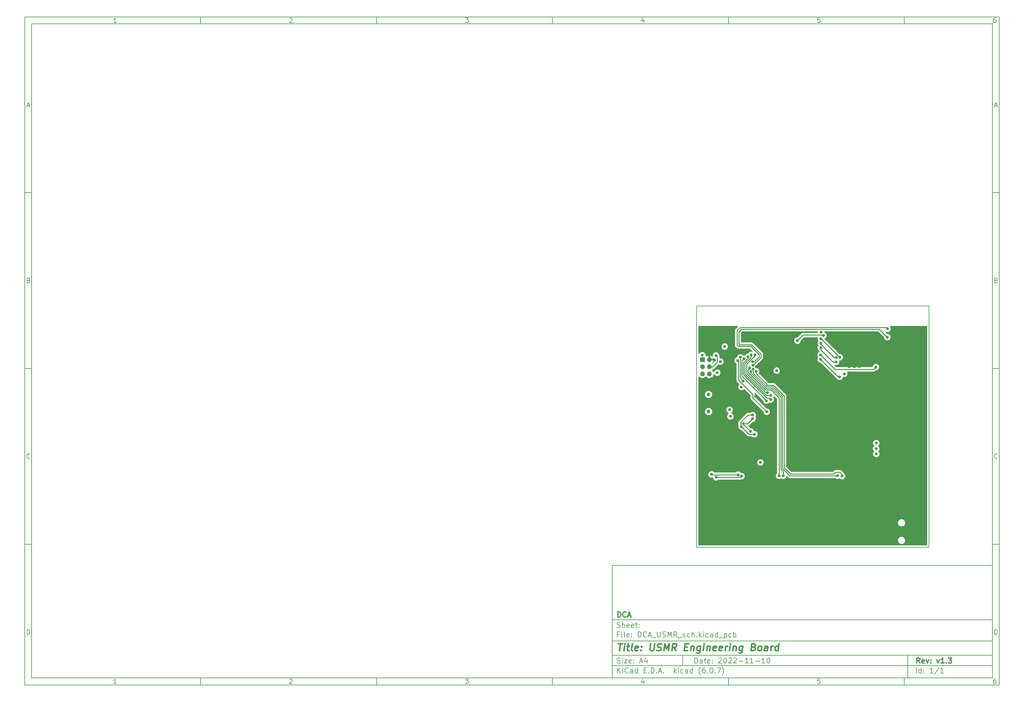
<source format=gbl>
%TF.GenerationSoftware,KiCad,Pcbnew,(6.0.7)*%
%TF.CreationDate,2023-02-07T14:26:13-05:00*%
%TF.ProjectId,DCA_USMR_sch,4443415f-5553-44d5-925f-7363682e6b69,v1.3*%
%TF.SameCoordinates,Original*%
%TF.FileFunction,Copper,L4,Bot*%
%TF.FilePolarity,Positive*%
%FSLAX46Y46*%
G04 Gerber Fmt 4.6, Leading zero omitted, Abs format (unit mm)*
G04 Created by KiCad (PCBNEW (6.0.7)) date 2023-02-07 14:26:13*
%MOMM*%
%LPD*%
G01*
G04 APERTURE LIST*
%ADD10C,0.100000*%
%ADD11C,0.150000*%
%ADD12C,0.300000*%
%ADD13C,0.400000*%
%TA.AperFunction,Profile*%
%ADD14C,0.200000*%
%TD*%
%TA.AperFunction,ComponentPad*%
%ADD15R,1.350000X1.350000*%
%TD*%
%TA.AperFunction,ComponentPad*%
%ADD16O,1.350000X1.350000*%
%TD*%
%TA.AperFunction,ComponentPad*%
%ADD17C,1.030000*%
%TD*%
%TA.AperFunction,ViaPad*%
%ADD18C,0.800000*%
%TD*%
%TA.AperFunction,Conductor*%
%ADD19C,0.250000*%
%TD*%
G04 APERTURE END LIST*
D10*
D11*
X177002200Y-166007200D02*
X177002200Y-198007200D01*
X285002200Y-198007200D01*
X285002200Y-166007200D01*
X177002200Y-166007200D01*
D10*
D11*
X10000000Y-10000000D02*
X10000000Y-200007200D01*
X287002200Y-200007200D01*
X287002200Y-10000000D01*
X10000000Y-10000000D01*
D10*
D11*
X12000000Y-12000000D02*
X12000000Y-198007200D01*
X285002200Y-198007200D01*
X285002200Y-12000000D01*
X12000000Y-12000000D01*
D10*
D11*
X60000000Y-12000000D02*
X60000000Y-10000000D01*
D10*
D11*
X110000000Y-12000000D02*
X110000000Y-10000000D01*
D10*
D11*
X160000000Y-12000000D02*
X160000000Y-10000000D01*
D10*
D11*
X210000000Y-12000000D02*
X210000000Y-10000000D01*
D10*
D11*
X260000000Y-12000000D02*
X260000000Y-10000000D01*
D10*
D11*
X36065476Y-11588095D02*
X35322619Y-11588095D01*
X35694047Y-11588095D02*
X35694047Y-10288095D01*
X35570238Y-10473809D01*
X35446428Y-10597619D01*
X35322619Y-10659523D01*
D10*
D11*
X85322619Y-10411904D02*
X85384523Y-10350000D01*
X85508333Y-10288095D01*
X85817857Y-10288095D01*
X85941666Y-10350000D01*
X86003571Y-10411904D01*
X86065476Y-10535714D01*
X86065476Y-10659523D01*
X86003571Y-10845238D01*
X85260714Y-11588095D01*
X86065476Y-11588095D01*
D10*
D11*
X135260714Y-10288095D02*
X136065476Y-10288095D01*
X135632142Y-10783333D01*
X135817857Y-10783333D01*
X135941666Y-10845238D01*
X136003571Y-10907142D01*
X136065476Y-11030952D01*
X136065476Y-11340476D01*
X136003571Y-11464285D01*
X135941666Y-11526190D01*
X135817857Y-11588095D01*
X135446428Y-11588095D01*
X135322619Y-11526190D01*
X135260714Y-11464285D01*
D10*
D11*
X185941666Y-10721428D02*
X185941666Y-11588095D01*
X185632142Y-10226190D02*
X185322619Y-11154761D01*
X186127380Y-11154761D01*
D10*
D11*
X236003571Y-10288095D02*
X235384523Y-10288095D01*
X235322619Y-10907142D01*
X235384523Y-10845238D01*
X235508333Y-10783333D01*
X235817857Y-10783333D01*
X235941666Y-10845238D01*
X236003571Y-10907142D01*
X236065476Y-11030952D01*
X236065476Y-11340476D01*
X236003571Y-11464285D01*
X235941666Y-11526190D01*
X235817857Y-11588095D01*
X235508333Y-11588095D01*
X235384523Y-11526190D01*
X235322619Y-11464285D01*
D10*
D11*
X285941666Y-10288095D02*
X285694047Y-10288095D01*
X285570238Y-10350000D01*
X285508333Y-10411904D01*
X285384523Y-10597619D01*
X285322619Y-10845238D01*
X285322619Y-11340476D01*
X285384523Y-11464285D01*
X285446428Y-11526190D01*
X285570238Y-11588095D01*
X285817857Y-11588095D01*
X285941666Y-11526190D01*
X286003571Y-11464285D01*
X286065476Y-11340476D01*
X286065476Y-11030952D01*
X286003571Y-10907142D01*
X285941666Y-10845238D01*
X285817857Y-10783333D01*
X285570238Y-10783333D01*
X285446428Y-10845238D01*
X285384523Y-10907142D01*
X285322619Y-11030952D01*
D10*
D11*
X60000000Y-198007200D02*
X60000000Y-200007200D01*
D10*
D11*
X110000000Y-198007200D02*
X110000000Y-200007200D01*
D10*
D11*
X160000000Y-198007200D02*
X160000000Y-200007200D01*
D10*
D11*
X210000000Y-198007200D02*
X210000000Y-200007200D01*
D10*
D11*
X260000000Y-198007200D02*
X260000000Y-200007200D01*
D10*
D11*
X36065476Y-199595295D02*
X35322619Y-199595295D01*
X35694047Y-199595295D02*
X35694047Y-198295295D01*
X35570238Y-198481009D01*
X35446428Y-198604819D01*
X35322619Y-198666723D01*
D10*
D11*
X85322619Y-198419104D02*
X85384523Y-198357200D01*
X85508333Y-198295295D01*
X85817857Y-198295295D01*
X85941666Y-198357200D01*
X86003571Y-198419104D01*
X86065476Y-198542914D01*
X86065476Y-198666723D01*
X86003571Y-198852438D01*
X85260714Y-199595295D01*
X86065476Y-199595295D01*
D10*
D11*
X135260714Y-198295295D02*
X136065476Y-198295295D01*
X135632142Y-198790533D01*
X135817857Y-198790533D01*
X135941666Y-198852438D01*
X136003571Y-198914342D01*
X136065476Y-199038152D01*
X136065476Y-199347676D01*
X136003571Y-199471485D01*
X135941666Y-199533390D01*
X135817857Y-199595295D01*
X135446428Y-199595295D01*
X135322619Y-199533390D01*
X135260714Y-199471485D01*
D10*
D11*
X185941666Y-198728628D02*
X185941666Y-199595295D01*
X185632142Y-198233390D02*
X185322619Y-199161961D01*
X186127380Y-199161961D01*
D10*
D11*
X236003571Y-198295295D02*
X235384523Y-198295295D01*
X235322619Y-198914342D01*
X235384523Y-198852438D01*
X235508333Y-198790533D01*
X235817857Y-198790533D01*
X235941666Y-198852438D01*
X236003571Y-198914342D01*
X236065476Y-199038152D01*
X236065476Y-199347676D01*
X236003571Y-199471485D01*
X235941666Y-199533390D01*
X235817857Y-199595295D01*
X235508333Y-199595295D01*
X235384523Y-199533390D01*
X235322619Y-199471485D01*
D10*
D11*
X285941666Y-198295295D02*
X285694047Y-198295295D01*
X285570238Y-198357200D01*
X285508333Y-198419104D01*
X285384523Y-198604819D01*
X285322619Y-198852438D01*
X285322619Y-199347676D01*
X285384523Y-199471485D01*
X285446428Y-199533390D01*
X285570238Y-199595295D01*
X285817857Y-199595295D01*
X285941666Y-199533390D01*
X286003571Y-199471485D01*
X286065476Y-199347676D01*
X286065476Y-199038152D01*
X286003571Y-198914342D01*
X285941666Y-198852438D01*
X285817857Y-198790533D01*
X285570238Y-198790533D01*
X285446428Y-198852438D01*
X285384523Y-198914342D01*
X285322619Y-199038152D01*
D10*
D11*
X10000000Y-60000000D02*
X12000000Y-60000000D01*
D10*
D11*
X10000000Y-110000000D02*
X12000000Y-110000000D01*
D10*
D11*
X10000000Y-160000000D02*
X12000000Y-160000000D01*
D10*
D11*
X10690476Y-35216666D02*
X11309523Y-35216666D01*
X10566666Y-35588095D02*
X11000000Y-34288095D01*
X11433333Y-35588095D01*
D10*
D11*
X11092857Y-84907142D02*
X11278571Y-84969047D01*
X11340476Y-85030952D01*
X11402380Y-85154761D01*
X11402380Y-85340476D01*
X11340476Y-85464285D01*
X11278571Y-85526190D01*
X11154761Y-85588095D01*
X10659523Y-85588095D01*
X10659523Y-84288095D01*
X11092857Y-84288095D01*
X11216666Y-84350000D01*
X11278571Y-84411904D01*
X11340476Y-84535714D01*
X11340476Y-84659523D01*
X11278571Y-84783333D01*
X11216666Y-84845238D01*
X11092857Y-84907142D01*
X10659523Y-84907142D01*
D10*
D11*
X11402380Y-135464285D02*
X11340476Y-135526190D01*
X11154761Y-135588095D01*
X11030952Y-135588095D01*
X10845238Y-135526190D01*
X10721428Y-135402380D01*
X10659523Y-135278571D01*
X10597619Y-135030952D01*
X10597619Y-134845238D01*
X10659523Y-134597619D01*
X10721428Y-134473809D01*
X10845238Y-134350000D01*
X11030952Y-134288095D01*
X11154761Y-134288095D01*
X11340476Y-134350000D01*
X11402380Y-134411904D01*
D10*
D11*
X10659523Y-185588095D02*
X10659523Y-184288095D01*
X10969047Y-184288095D01*
X11154761Y-184350000D01*
X11278571Y-184473809D01*
X11340476Y-184597619D01*
X11402380Y-184845238D01*
X11402380Y-185030952D01*
X11340476Y-185278571D01*
X11278571Y-185402380D01*
X11154761Y-185526190D01*
X10969047Y-185588095D01*
X10659523Y-185588095D01*
D10*
D11*
X287002200Y-60000000D02*
X285002200Y-60000000D01*
D10*
D11*
X287002200Y-110000000D02*
X285002200Y-110000000D01*
D10*
D11*
X287002200Y-160000000D02*
X285002200Y-160000000D01*
D10*
D11*
X285692676Y-35216666D02*
X286311723Y-35216666D01*
X285568866Y-35588095D02*
X286002200Y-34288095D01*
X286435533Y-35588095D01*
D10*
D11*
X286095057Y-84907142D02*
X286280771Y-84969047D01*
X286342676Y-85030952D01*
X286404580Y-85154761D01*
X286404580Y-85340476D01*
X286342676Y-85464285D01*
X286280771Y-85526190D01*
X286156961Y-85588095D01*
X285661723Y-85588095D01*
X285661723Y-84288095D01*
X286095057Y-84288095D01*
X286218866Y-84350000D01*
X286280771Y-84411904D01*
X286342676Y-84535714D01*
X286342676Y-84659523D01*
X286280771Y-84783333D01*
X286218866Y-84845238D01*
X286095057Y-84907142D01*
X285661723Y-84907142D01*
D10*
D11*
X286404580Y-135464285D02*
X286342676Y-135526190D01*
X286156961Y-135588095D01*
X286033152Y-135588095D01*
X285847438Y-135526190D01*
X285723628Y-135402380D01*
X285661723Y-135278571D01*
X285599819Y-135030952D01*
X285599819Y-134845238D01*
X285661723Y-134597619D01*
X285723628Y-134473809D01*
X285847438Y-134350000D01*
X286033152Y-134288095D01*
X286156961Y-134288095D01*
X286342676Y-134350000D01*
X286404580Y-134411904D01*
D10*
D11*
X285661723Y-185588095D02*
X285661723Y-184288095D01*
X285971247Y-184288095D01*
X286156961Y-184350000D01*
X286280771Y-184473809D01*
X286342676Y-184597619D01*
X286404580Y-184845238D01*
X286404580Y-185030952D01*
X286342676Y-185278571D01*
X286280771Y-185402380D01*
X286156961Y-185526190D01*
X285971247Y-185588095D01*
X285661723Y-185588095D01*
D10*
D11*
X200434342Y-193785771D02*
X200434342Y-192285771D01*
X200791485Y-192285771D01*
X201005771Y-192357200D01*
X201148628Y-192500057D01*
X201220057Y-192642914D01*
X201291485Y-192928628D01*
X201291485Y-193142914D01*
X201220057Y-193428628D01*
X201148628Y-193571485D01*
X201005771Y-193714342D01*
X200791485Y-193785771D01*
X200434342Y-193785771D01*
X202577200Y-193785771D02*
X202577200Y-193000057D01*
X202505771Y-192857200D01*
X202362914Y-192785771D01*
X202077200Y-192785771D01*
X201934342Y-192857200D01*
X202577200Y-193714342D02*
X202434342Y-193785771D01*
X202077200Y-193785771D01*
X201934342Y-193714342D01*
X201862914Y-193571485D01*
X201862914Y-193428628D01*
X201934342Y-193285771D01*
X202077200Y-193214342D01*
X202434342Y-193214342D01*
X202577200Y-193142914D01*
X203077200Y-192785771D02*
X203648628Y-192785771D01*
X203291485Y-192285771D02*
X203291485Y-193571485D01*
X203362914Y-193714342D01*
X203505771Y-193785771D01*
X203648628Y-193785771D01*
X204720057Y-193714342D02*
X204577200Y-193785771D01*
X204291485Y-193785771D01*
X204148628Y-193714342D01*
X204077200Y-193571485D01*
X204077200Y-193000057D01*
X204148628Y-192857200D01*
X204291485Y-192785771D01*
X204577200Y-192785771D01*
X204720057Y-192857200D01*
X204791485Y-193000057D01*
X204791485Y-193142914D01*
X204077200Y-193285771D01*
X205434342Y-193642914D02*
X205505771Y-193714342D01*
X205434342Y-193785771D01*
X205362914Y-193714342D01*
X205434342Y-193642914D01*
X205434342Y-193785771D01*
X205434342Y-192857200D02*
X205505771Y-192928628D01*
X205434342Y-193000057D01*
X205362914Y-192928628D01*
X205434342Y-192857200D01*
X205434342Y-193000057D01*
X207220057Y-192428628D02*
X207291485Y-192357200D01*
X207434342Y-192285771D01*
X207791485Y-192285771D01*
X207934342Y-192357200D01*
X208005771Y-192428628D01*
X208077200Y-192571485D01*
X208077200Y-192714342D01*
X208005771Y-192928628D01*
X207148628Y-193785771D01*
X208077200Y-193785771D01*
X209005771Y-192285771D02*
X209148628Y-192285771D01*
X209291485Y-192357200D01*
X209362914Y-192428628D01*
X209434342Y-192571485D01*
X209505771Y-192857200D01*
X209505771Y-193214342D01*
X209434342Y-193500057D01*
X209362914Y-193642914D01*
X209291485Y-193714342D01*
X209148628Y-193785771D01*
X209005771Y-193785771D01*
X208862914Y-193714342D01*
X208791485Y-193642914D01*
X208720057Y-193500057D01*
X208648628Y-193214342D01*
X208648628Y-192857200D01*
X208720057Y-192571485D01*
X208791485Y-192428628D01*
X208862914Y-192357200D01*
X209005771Y-192285771D01*
X210077200Y-192428628D02*
X210148628Y-192357200D01*
X210291485Y-192285771D01*
X210648628Y-192285771D01*
X210791485Y-192357200D01*
X210862914Y-192428628D01*
X210934342Y-192571485D01*
X210934342Y-192714342D01*
X210862914Y-192928628D01*
X210005771Y-193785771D01*
X210934342Y-193785771D01*
X211505771Y-192428628D02*
X211577200Y-192357200D01*
X211720057Y-192285771D01*
X212077200Y-192285771D01*
X212220057Y-192357200D01*
X212291485Y-192428628D01*
X212362914Y-192571485D01*
X212362914Y-192714342D01*
X212291485Y-192928628D01*
X211434342Y-193785771D01*
X212362914Y-193785771D01*
X213005771Y-193214342D02*
X214148628Y-193214342D01*
X215648628Y-193785771D02*
X214791485Y-193785771D01*
X215220057Y-193785771D02*
X215220057Y-192285771D01*
X215077200Y-192500057D01*
X214934342Y-192642914D01*
X214791485Y-192714342D01*
X217077200Y-193785771D02*
X216220057Y-193785771D01*
X216648628Y-193785771D02*
X216648628Y-192285771D01*
X216505771Y-192500057D01*
X216362914Y-192642914D01*
X216220057Y-192714342D01*
X217720057Y-193214342D02*
X218862914Y-193214342D01*
X220362914Y-193785771D02*
X219505771Y-193785771D01*
X219934342Y-193785771D02*
X219934342Y-192285771D01*
X219791485Y-192500057D01*
X219648628Y-192642914D01*
X219505771Y-192714342D01*
X221291485Y-192285771D02*
X221434342Y-192285771D01*
X221577200Y-192357200D01*
X221648628Y-192428628D01*
X221720057Y-192571485D01*
X221791485Y-192857200D01*
X221791485Y-193214342D01*
X221720057Y-193500057D01*
X221648628Y-193642914D01*
X221577200Y-193714342D01*
X221434342Y-193785771D01*
X221291485Y-193785771D01*
X221148628Y-193714342D01*
X221077200Y-193642914D01*
X221005771Y-193500057D01*
X220934342Y-193214342D01*
X220934342Y-192857200D01*
X221005771Y-192571485D01*
X221077200Y-192428628D01*
X221148628Y-192357200D01*
X221291485Y-192285771D01*
D10*
D11*
X177002200Y-194507200D02*
X285002200Y-194507200D01*
D10*
D11*
X178434342Y-196585771D02*
X178434342Y-195085771D01*
X179291485Y-196585771D02*
X178648628Y-195728628D01*
X179291485Y-195085771D02*
X178434342Y-195942914D01*
X179934342Y-196585771D02*
X179934342Y-195585771D01*
X179934342Y-195085771D02*
X179862914Y-195157200D01*
X179934342Y-195228628D01*
X180005771Y-195157200D01*
X179934342Y-195085771D01*
X179934342Y-195228628D01*
X181505771Y-196442914D02*
X181434342Y-196514342D01*
X181220057Y-196585771D01*
X181077200Y-196585771D01*
X180862914Y-196514342D01*
X180720057Y-196371485D01*
X180648628Y-196228628D01*
X180577200Y-195942914D01*
X180577200Y-195728628D01*
X180648628Y-195442914D01*
X180720057Y-195300057D01*
X180862914Y-195157200D01*
X181077200Y-195085771D01*
X181220057Y-195085771D01*
X181434342Y-195157200D01*
X181505771Y-195228628D01*
X182791485Y-196585771D02*
X182791485Y-195800057D01*
X182720057Y-195657200D01*
X182577200Y-195585771D01*
X182291485Y-195585771D01*
X182148628Y-195657200D01*
X182791485Y-196514342D02*
X182648628Y-196585771D01*
X182291485Y-196585771D01*
X182148628Y-196514342D01*
X182077200Y-196371485D01*
X182077200Y-196228628D01*
X182148628Y-196085771D01*
X182291485Y-196014342D01*
X182648628Y-196014342D01*
X182791485Y-195942914D01*
X184148628Y-196585771D02*
X184148628Y-195085771D01*
X184148628Y-196514342D02*
X184005771Y-196585771D01*
X183720057Y-196585771D01*
X183577200Y-196514342D01*
X183505771Y-196442914D01*
X183434342Y-196300057D01*
X183434342Y-195871485D01*
X183505771Y-195728628D01*
X183577200Y-195657200D01*
X183720057Y-195585771D01*
X184005771Y-195585771D01*
X184148628Y-195657200D01*
X186005771Y-195800057D02*
X186505771Y-195800057D01*
X186720057Y-196585771D02*
X186005771Y-196585771D01*
X186005771Y-195085771D01*
X186720057Y-195085771D01*
X187362914Y-196442914D02*
X187434342Y-196514342D01*
X187362914Y-196585771D01*
X187291485Y-196514342D01*
X187362914Y-196442914D01*
X187362914Y-196585771D01*
X188077200Y-196585771D02*
X188077200Y-195085771D01*
X188434342Y-195085771D01*
X188648628Y-195157200D01*
X188791485Y-195300057D01*
X188862914Y-195442914D01*
X188934342Y-195728628D01*
X188934342Y-195942914D01*
X188862914Y-196228628D01*
X188791485Y-196371485D01*
X188648628Y-196514342D01*
X188434342Y-196585771D01*
X188077200Y-196585771D01*
X189577200Y-196442914D02*
X189648628Y-196514342D01*
X189577200Y-196585771D01*
X189505771Y-196514342D01*
X189577200Y-196442914D01*
X189577200Y-196585771D01*
X190220057Y-196157200D02*
X190934342Y-196157200D01*
X190077200Y-196585771D02*
X190577200Y-195085771D01*
X191077200Y-196585771D01*
X191577200Y-196442914D02*
X191648628Y-196514342D01*
X191577200Y-196585771D01*
X191505771Y-196514342D01*
X191577200Y-196442914D01*
X191577200Y-196585771D01*
X194577200Y-196585771D02*
X194577200Y-195085771D01*
X194720057Y-196014342D02*
X195148628Y-196585771D01*
X195148628Y-195585771D02*
X194577200Y-196157200D01*
X195791485Y-196585771D02*
X195791485Y-195585771D01*
X195791485Y-195085771D02*
X195720057Y-195157200D01*
X195791485Y-195228628D01*
X195862914Y-195157200D01*
X195791485Y-195085771D01*
X195791485Y-195228628D01*
X197148628Y-196514342D02*
X197005771Y-196585771D01*
X196720057Y-196585771D01*
X196577200Y-196514342D01*
X196505771Y-196442914D01*
X196434342Y-196300057D01*
X196434342Y-195871485D01*
X196505771Y-195728628D01*
X196577200Y-195657200D01*
X196720057Y-195585771D01*
X197005771Y-195585771D01*
X197148628Y-195657200D01*
X198434342Y-196585771D02*
X198434342Y-195800057D01*
X198362914Y-195657200D01*
X198220057Y-195585771D01*
X197934342Y-195585771D01*
X197791485Y-195657200D01*
X198434342Y-196514342D02*
X198291485Y-196585771D01*
X197934342Y-196585771D01*
X197791485Y-196514342D01*
X197720057Y-196371485D01*
X197720057Y-196228628D01*
X197791485Y-196085771D01*
X197934342Y-196014342D01*
X198291485Y-196014342D01*
X198434342Y-195942914D01*
X199791485Y-196585771D02*
X199791485Y-195085771D01*
X199791485Y-196514342D02*
X199648628Y-196585771D01*
X199362914Y-196585771D01*
X199220057Y-196514342D01*
X199148628Y-196442914D01*
X199077200Y-196300057D01*
X199077200Y-195871485D01*
X199148628Y-195728628D01*
X199220057Y-195657200D01*
X199362914Y-195585771D01*
X199648628Y-195585771D01*
X199791485Y-195657200D01*
X202077200Y-197157200D02*
X202005771Y-197085771D01*
X201862914Y-196871485D01*
X201791485Y-196728628D01*
X201720057Y-196514342D01*
X201648628Y-196157200D01*
X201648628Y-195871485D01*
X201720057Y-195514342D01*
X201791485Y-195300057D01*
X201862914Y-195157200D01*
X202005771Y-194942914D01*
X202077200Y-194871485D01*
X203291485Y-195085771D02*
X203005771Y-195085771D01*
X202862914Y-195157200D01*
X202791485Y-195228628D01*
X202648628Y-195442914D01*
X202577200Y-195728628D01*
X202577200Y-196300057D01*
X202648628Y-196442914D01*
X202720057Y-196514342D01*
X202862914Y-196585771D01*
X203148628Y-196585771D01*
X203291485Y-196514342D01*
X203362914Y-196442914D01*
X203434342Y-196300057D01*
X203434342Y-195942914D01*
X203362914Y-195800057D01*
X203291485Y-195728628D01*
X203148628Y-195657200D01*
X202862914Y-195657200D01*
X202720057Y-195728628D01*
X202648628Y-195800057D01*
X202577200Y-195942914D01*
X204077200Y-196442914D02*
X204148628Y-196514342D01*
X204077200Y-196585771D01*
X204005771Y-196514342D01*
X204077200Y-196442914D01*
X204077200Y-196585771D01*
X205077200Y-195085771D02*
X205220057Y-195085771D01*
X205362914Y-195157200D01*
X205434342Y-195228628D01*
X205505771Y-195371485D01*
X205577200Y-195657200D01*
X205577200Y-196014342D01*
X205505771Y-196300057D01*
X205434342Y-196442914D01*
X205362914Y-196514342D01*
X205220057Y-196585771D01*
X205077200Y-196585771D01*
X204934342Y-196514342D01*
X204862914Y-196442914D01*
X204791485Y-196300057D01*
X204720057Y-196014342D01*
X204720057Y-195657200D01*
X204791485Y-195371485D01*
X204862914Y-195228628D01*
X204934342Y-195157200D01*
X205077200Y-195085771D01*
X206220057Y-196442914D02*
X206291485Y-196514342D01*
X206220057Y-196585771D01*
X206148628Y-196514342D01*
X206220057Y-196442914D01*
X206220057Y-196585771D01*
X206791485Y-195085771D02*
X207791485Y-195085771D01*
X207148628Y-196585771D01*
X208220057Y-197157200D02*
X208291485Y-197085771D01*
X208434342Y-196871485D01*
X208505771Y-196728628D01*
X208577200Y-196514342D01*
X208648628Y-196157200D01*
X208648628Y-195871485D01*
X208577200Y-195514342D01*
X208505771Y-195300057D01*
X208434342Y-195157200D01*
X208291485Y-194942914D01*
X208220057Y-194871485D01*
D10*
D11*
X177002200Y-191507200D02*
X285002200Y-191507200D01*
D10*
D12*
X264411485Y-193785771D02*
X263911485Y-193071485D01*
X263554342Y-193785771D02*
X263554342Y-192285771D01*
X264125771Y-192285771D01*
X264268628Y-192357200D01*
X264340057Y-192428628D01*
X264411485Y-192571485D01*
X264411485Y-192785771D01*
X264340057Y-192928628D01*
X264268628Y-193000057D01*
X264125771Y-193071485D01*
X263554342Y-193071485D01*
X265625771Y-193714342D02*
X265482914Y-193785771D01*
X265197200Y-193785771D01*
X265054342Y-193714342D01*
X264982914Y-193571485D01*
X264982914Y-193000057D01*
X265054342Y-192857200D01*
X265197200Y-192785771D01*
X265482914Y-192785771D01*
X265625771Y-192857200D01*
X265697200Y-193000057D01*
X265697200Y-193142914D01*
X264982914Y-193285771D01*
X266197200Y-192785771D02*
X266554342Y-193785771D01*
X266911485Y-192785771D01*
X267482914Y-193642914D02*
X267554342Y-193714342D01*
X267482914Y-193785771D01*
X267411485Y-193714342D01*
X267482914Y-193642914D01*
X267482914Y-193785771D01*
X267482914Y-192857200D02*
X267554342Y-192928628D01*
X267482914Y-193000057D01*
X267411485Y-192928628D01*
X267482914Y-192857200D01*
X267482914Y-193000057D01*
X269197200Y-192785771D02*
X269554342Y-193785771D01*
X269911485Y-192785771D01*
X271268628Y-193785771D02*
X270411485Y-193785771D01*
X270840057Y-193785771D02*
X270840057Y-192285771D01*
X270697200Y-192500057D01*
X270554342Y-192642914D01*
X270411485Y-192714342D01*
X271911485Y-193642914D02*
X271982914Y-193714342D01*
X271911485Y-193785771D01*
X271840057Y-193714342D01*
X271911485Y-193642914D01*
X271911485Y-193785771D01*
X272482914Y-192285771D02*
X273411485Y-192285771D01*
X272911485Y-192857200D01*
X273125771Y-192857200D01*
X273268628Y-192928628D01*
X273340057Y-193000057D01*
X273411485Y-193142914D01*
X273411485Y-193500057D01*
X273340057Y-193642914D01*
X273268628Y-193714342D01*
X273125771Y-193785771D01*
X272697200Y-193785771D01*
X272554342Y-193714342D01*
X272482914Y-193642914D01*
D10*
D11*
X178362914Y-193714342D02*
X178577200Y-193785771D01*
X178934342Y-193785771D01*
X179077200Y-193714342D01*
X179148628Y-193642914D01*
X179220057Y-193500057D01*
X179220057Y-193357200D01*
X179148628Y-193214342D01*
X179077200Y-193142914D01*
X178934342Y-193071485D01*
X178648628Y-193000057D01*
X178505771Y-192928628D01*
X178434342Y-192857200D01*
X178362914Y-192714342D01*
X178362914Y-192571485D01*
X178434342Y-192428628D01*
X178505771Y-192357200D01*
X178648628Y-192285771D01*
X179005771Y-192285771D01*
X179220057Y-192357200D01*
X179862914Y-193785771D02*
X179862914Y-192785771D01*
X179862914Y-192285771D02*
X179791485Y-192357200D01*
X179862914Y-192428628D01*
X179934342Y-192357200D01*
X179862914Y-192285771D01*
X179862914Y-192428628D01*
X180434342Y-192785771D02*
X181220057Y-192785771D01*
X180434342Y-193785771D01*
X181220057Y-193785771D01*
X182362914Y-193714342D02*
X182220057Y-193785771D01*
X181934342Y-193785771D01*
X181791485Y-193714342D01*
X181720057Y-193571485D01*
X181720057Y-193000057D01*
X181791485Y-192857200D01*
X181934342Y-192785771D01*
X182220057Y-192785771D01*
X182362914Y-192857200D01*
X182434342Y-193000057D01*
X182434342Y-193142914D01*
X181720057Y-193285771D01*
X183077200Y-193642914D02*
X183148628Y-193714342D01*
X183077200Y-193785771D01*
X183005771Y-193714342D01*
X183077200Y-193642914D01*
X183077200Y-193785771D01*
X183077200Y-192857200D02*
X183148628Y-192928628D01*
X183077200Y-193000057D01*
X183005771Y-192928628D01*
X183077200Y-192857200D01*
X183077200Y-193000057D01*
X184862914Y-193357200D02*
X185577200Y-193357200D01*
X184720057Y-193785771D02*
X185220057Y-192285771D01*
X185720057Y-193785771D01*
X186862914Y-192785771D02*
X186862914Y-193785771D01*
X186505771Y-192214342D02*
X186148628Y-193285771D01*
X187077200Y-193285771D01*
D10*
D11*
X263434342Y-196585771D02*
X263434342Y-195085771D01*
X264791485Y-196585771D02*
X264791485Y-195085771D01*
X264791485Y-196514342D02*
X264648628Y-196585771D01*
X264362914Y-196585771D01*
X264220057Y-196514342D01*
X264148628Y-196442914D01*
X264077200Y-196300057D01*
X264077200Y-195871485D01*
X264148628Y-195728628D01*
X264220057Y-195657200D01*
X264362914Y-195585771D01*
X264648628Y-195585771D01*
X264791485Y-195657200D01*
X265505771Y-196442914D02*
X265577200Y-196514342D01*
X265505771Y-196585771D01*
X265434342Y-196514342D01*
X265505771Y-196442914D01*
X265505771Y-196585771D01*
X265505771Y-195657200D02*
X265577200Y-195728628D01*
X265505771Y-195800057D01*
X265434342Y-195728628D01*
X265505771Y-195657200D01*
X265505771Y-195800057D01*
X268148628Y-196585771D02*
X267291485Y-196585771D01*
X267720057Y-196585771D02*
X267720057Y-195085771D01*
X267577200Y-195300057D01*
X267434342Y-195442914D01*
X267291485Y-195514342D01*
X269862914Y-195014342D02*
X268577200Y-196942914D01*
X271148628Y-196585771D02*
X270291485Y-196585771D01*
X270720057Y-196585771D02*
X270720057Y-195085771D01*
X270577200Y-195300057D01*
X270434342Y-195442914D01*
X270291485Y-195514342D01*
D10*
D11*
X177002200Y-187507200D02*
X285002200Y-187507200D01*
D10*
D13*
X178714580Y-188211961D02*
X179857438Y-188211961D01*
X179036009Y-190211961D02*
X179286009Y-188211961D01*
X180274104Y-190211961D02*
X180440771Y-188878628D01*
X180524104Y-188211961D02*
X180416961Y-188307200D01*
X180500295Y-188402438D01*
X180607438Y-188307200D01*
X180524104Y-188211961D01*
X180500295Y-188402438D01*
X181107438Y-188878628D02*
X181869342Y-188878628D01*
X181476485Y-188211961D02*
X181262200Y-189926247D01*
X181333628Y-190116723D01*
X181512200Y-190211961D01*
X181702676Y-190211961D01*
X182655057Y-190211961D02*
X182476485Y-190116723D01*
X182405057Y-189926247D01*
X182619342Y-188211961D01*
X184190771Y-190116723D02*
X183988390Y-190211961D01*
X183607438Y-190211961D01*
X183428866Y-190116723D01*
X183357438Y-189926247D01*
X183452676Y-189164342D01*
X183571723Y-188973866D01*
X183774104Y-188878628D01*
X184155057Y-188878628D01*
X184333628Y-188973866D01*
X184405057Y-189164342D01*
X184381247Y-189354819D01*
X183405057Y-189545295D01*
X185155057Y-190021485D02*
X185238390Y-190116723D01*
X185131247Y-190211961D01*
X185047914Y-190116723D01*
X185155057Y-190021485D01*
X185131247Y-190211961D01*
X185286009Y-188973866D02*
X185369342Y-189069104D01*
X185262200Y-189164342D01*
X185178866Y-189069104D01*
X185286009Y-188973866D01*
X185262200Y-189164342D01*
X187857438Y-188211961D02*
X187655057Y-189831009D01*
X187726485Y-190021485D01*
X187809819Y-190116723D01*
X187988390Y-190211961D01*
X188369342Y-190211961D01*
X188571723Y-190116723D01*
X188678866Y-190021485D01*
X188797914Y-189831009D01*
X189000295Y-188211961D01*
X189619342Y-190116723D02*
X189893152Y-190211961D01*
X190369342Y-190211961D01*
X190571723Y-190116723D01*
X190678866Y-190021485D01*
X190797914Y-189831009D01*
X190821723Y-189640533D01*
X190750295Y-189450057D01*
X190666961Y-189354819D01*
X190488390Y-189259580D01*
X190119342Y-189164342D01*
X189940771Y-189069104D01*
X189857438Y-188973866D01*
X189786009Y-188783390D01*
X189809819Y-188592914D01*
X189928866Y-188402438D01*
X190036009Y-188307200D01*
X190238390Y-188211961D01*
X190714580Y-188211961D01*
X190988390Y-188307200D01*
X191607438Y-190211961D02*
X191857438Y-188211961D01*
X192345533Y-189640533D01*
X193190771Y-188211961D01*
X192940771Y-190211961D01*
X195036009Y-190211961D02*
X194488390Y-189259580D01*
X193893152Y-190211961D02*
X194143152Y-188211961D01*
X194905057Y-188211961D01*
X195083628Y-188307200D01*
X195166961Y-188402438D01*
X195238390Y-188592914D01*
X195202676Y-188878628D01*
X195083628Y-189069104D01*
X194976485Y-189164342D01*
X194774104Y-189259580D01*
X194012200Y-189259580D01*
X197547914Y-189164342D02*
X198214580Y-189164342D01*
X198369342Y-190211961D02*
X197416961Y-190211961D01*
X197666961Y-188211961D01*
X198619342Y-188211961D01*
X199393152Y-188878628D02*
X199226485Y-190211961D01*
X199369342Y-189069104D02*
X199476485Y-188973866D01*
X199678866Y-188878628D01*
X199964580Y-188878628D01*
X200143152Y-188973866D01*
X200214580Y-189164342D01*
X200083628Y-190211961D01*
X202059819Y-188878628D02*
X201857438Y-190497676D01*
X201738390Y-190688152D01*
X201631247Y-190783390D01*
X201428866Y-190878628D01*
X201143152Y-190878628D01*
X200964580Y-190783390D01*
X201905057Y-190116723D02*
X201702676Y-190211961D01*
X201321723Y-190211961D01*
X201143152Y-190116723D01*
X201059819Y-190021485D01*
X200988390Y-189831009D01*
X201059819Y-189259580D01*
X201178866Y-189069104D01*
X201286009Y-188973866D01*
X201488390Y-188878628D01*
X201869342Y-188878628D01*
X202047914Y-188973866D01*
X202845533Y-190211961D02*
X203012200Y-188878628D01*
X203095533Y-188211961D02*
X202988390Y-188307200D01*
X203071723Y-188402438D01*
X203178866Y-188307200D01*
X203095533Y-188211961D01*
X203071723Y-188402438D01*
X203964580Y-188878628D02*
X203797914Y-190211961D01*
X203940771Y-189069104D02*
X204047914Y-188973866D01*
X204250295Y-188878628D01*
X204536009Y-188878628D01*
X204714580Y-188973866D01*
X204786009Y-189164342D01*
X204655057Y-190211961D01*
X206381247Y-190116723D02*
X206178866Y-190211961D01*
X205797914Y-190211961D01*
X205619342Y-190116723D01*
X205547914Y-189926247D01*
X205643152Y-189164342D01*
X205762200Y-188973866D01*
X205964580Y-188878628D01*
X206345533Y-188878628D01*
X206524104Y-188973866D01*
X206595533Y-189164342D01*
X206571723Y-189354819D01*
X205595533Y-189545295D01*
X208095533Y-190116723D02*
X207893152Y-190211961D01*
X207512200Y-190211961D01*
X207333628Y-190116723D01*
X207262200Y-189926247D01*
X207357438Y-189164342D01*
X207476485Y-188973866D01*
X207678866Y-188878628D01*
X208059819Y-188878628D01*
X208238390Y-188973866D01*
X208309819Y-189164342D01*
X208286009Y-189354819D01*
X207309819Y-189545295D01*
X209036009Y-190211961D02*
X209202676Y-188878628D01*
X209155057Y-189259580D02*
X209274104Y-189069104D01*
X209381247Y-188973866D01*
X209583628Y-188878628D01*
X209774104Y-188878628D01*
X210274104Y-190211961D02*
X210440771Y-188878628D01*
X210524104Y-188211961D02*
X210416961Y-188307200D01*
X210500295Y-188402438D01*
X210607438Y-188307200D01*
X210524104Y-188211961D01*
X210500295Y-188402438D01*
X211393152Y-188878628D02*
X211226485Y-190211961D01*
X211369342Y-189069104D02*
X211476485Y-188973866D01*
X211678866Y-188878628D01*
X211964580Y-188878628D01*
X212143152Y-188973866D01*
X212214580Y-189164342D01*
X212083628Y-190211961D01*
X214059819Y-188878628D02*
X213857438Y-190497676D01*
X213738390Y-190688152D01*
X213631247Y-190783390D01*
X213428866Y-190878628D01*
X213143152Y-190878628D01*
X212964580Y-190783390D01*
X213905057Y-190116723D02*
X213702676Y-190211961D01*
X213321723Y-190211961D01*
X213143152Y-190116723D01*
X213059819Y-190021485D01*
X212988390Y-189831009D01*
X213059819Y-189259580D01*
X213178866Y-189069104D01*
X213286009Y-188973866D01*
X213488390Y-188878628D01*
X213869342Y-188878628D01*
X214047914Y-188973866D01*
X217166961Y-189164342D02*
X217440771Y-189259580D01*
X217524104Y-189354819D01*
X217595533Y-189545295D01*
X217559819Y-189831009D01*
X217440771Y-190021485D01*
X217333628Y-190116723D01*
X217131247Y-190211961D01*
X216369342Y-190211961D01*
X216619342Y-188211961D01*
X217286009Y-188211961D01*
X217464580Y-188307200D01*
X217547914Y-188402438D01*
X217619342Y-188592914D01*
X217595533Y-188783390D01*
X217476485Y-188973866D01*
X217369342Y-189069104D01*
X217166961Y-189164342D01*
X216500295Y-189164342D01*
X218655057Y-190211961D02*
X218476485Y-190116723D01*
X218393152Y-190021485D01*
X218321723Y-189831009D01*
X218393152Y-189259580D01*
X218512200Y-189069104D01*
X218619342Y-188973866D01*
X218821723Y-188878628D01*
X219107438Y-188878628D01*
X219286009Y-188973866D01*
X219369342Y-189069104D01*
X219440771Y-189259580D01*
X219369342Y-189831009D01*
X219250295Y-190021485D01*
X219143152Y-190116723D01*
X218940771Y-190211961D01*
X218655057Y-190211961D01*
X221036009Y-190211961D02*
X221166961Y-189164342D01*
X221095533Y-188973866D01*
X220916961Y-188878628D01*
X220536009Y-188878628D01*
X220333628Y-188973866D01*
X221047914Y-190116723D02*
X220845533Y-190211961D01*
X220369342Y-190211961D01*
X220190771Y-190116723D01*
X220119342Y-189926247D01*
X220143152Y-189735771D01*
X220262200Y-189545295D01*
X220464580Y-189450057D01*
X220940771Y-189450057D01*
X221143152Y-189354819D01*
X221988390Y-190211961D02*
X222155057Y-188878628D01*
X222107438Y-189259580D02*
X222226485Y-189069104D01*
X222333628Y-188973866D01*
X222536009Y-188878628D01*
X222726485Y-188878628D01*
X224083628Y-190211961D02*
X224333628Y-188211961D01*
X224095533Y-190116723D02*
X223893152Y-190211961D01*
X223512199Y-190211961D01*
X223333628Y-190116723D01*
X223250295Y-190021485D01*
X223178866Y-189831009D01*
X223250295Y-189259580D01*
X223369342Y-189069104D01*
X223476485Y-188973866D01*
X223678866Y-188878628D01*
X224059819Y-188878628D01*
X224238390Y-188973866D01*
D10*
D11*
X178934342Y-185600057D02*
X178434342Y-185600057D01*
X178434342Y-186385771D02*
X178434342Y-184885771D01*
X179148628Y-184885771D01*
X179720057Y-186385771D02*
X179720057Y-185385771D01*
X179720057Y-184885771D02*
X179648628Y-184957200D01*
X179720057Y-185028628D01*
X179791485Y-184957200D01*
X179720057Y-184885771D01*
X179720057Y-185028628D01*
X180648628Y-186385771D02*
X180505771Y-186314342D01*
X180434342Y-186171485D01*
X180434342Y-184885771D01*
X181791485Y-186314342D02*
X181648628Y-186385771D01*
X181362914Y-186385771D01*
X181220057Y-186314342D01*
X181148628Y-186171485D01*
X181148628Y-185600057D01*
X181220057Y-185457200D01*
X181362914Y-185385771D01*
X181648628Y-185385771D01*
X181791485Y-185457200D01*
X181862914Y-185600057D01*
X181862914Y-185742914D01*
X181148628Y-185885771D01*
X182505771Y-186242914D02*
X182577200Y-186314342D01*
X182505771Y-186385771D01*
X182434342Y-186314342D01*
X182505771Y-186242914D01*
X182505771Y-186385771D01*
X182505771Y-185457200D02*
X182577200Y-185528628D01*
X182505771Y-185600057D01*
X182434342Y-185528628D01*
X182505771Y-185457200D01*
X182505771Y-185600057D01*
X184362914Y-186385771D02*
X184362914Y-184885771D01*
X184720057Y-184885771D01*
X184934342Y-184957200D01*
X185077200Y-185100057D01*
X185148628Y-185242914D01*
X185220057Y-185528628D01*
X185220057Y-185742914D01*
X185148628Y-186028628D01*
X185077200Y-186171485D01*
X184934342Y-186314342D01*
X184720057Y-186385771D01*
X184362914Y-186385771D01*
X186720057Y-186242914D02*
X186648628Y-186314342D01*
X186434342Y-186385771D01*
X186291485Y-186385771D01*
X186077200Y-186314342D01*
X185934342Y-186171485D01*
X185862914Y-186028628D01*
X185791485Y-185742914D01*
X185791485Y-185528628D01*
X185862914Y-185242914D01*
X185934342Y-185100057D01*
X186077200Y-184957200D01*
X186291485Y-184885771D01*
X186434342Y-184885771D01*
X186648628Y-184957200D01*
X186720057Y-185028628D01*
X187291485Y-185957200D02*
X188005771Y-185957200D01*
X187148628Y-186385771D02*
X187648628Y-184885771D01*
X188148628Y-186385771D01*
X188291485Y-186528628D02*
X189434342Y-186528628D01*
X189791485Y-184885771D02*
X189791485Y-186100057D01*
X189862914Y-186242914D01*
X189934342Y-186314342D01*
X190077200Y-186385771D01*
X190362914Y-186385771D01*
X190505771Y-186314342D01*
X190577200Y-186242914D01*
X190648628Y-186100057D01*
X190648628Y-184885771D01*
X191291485Y-186314342D02*
X191505771Y-186385771D01*
X191862914Y-186385771D01*
X192005771Y-186314342D01*
X192077200Y-186242914D01*
X192148628Y-186100057D01*
X192148628Y-185957200D01*
X192077200Y-185814342D01*
X192005771Y-185742914D01*
X191862914Y-185671485D01*
X191577200Y-185600057D01*
X191434342Y-185528628D01*
X191362914Y-185457200D01*
X191291485Y-185314342D01*
X191291485Y-185171485D01*
X191362914Y-185028628D01*
X191434342Y-184957200D01*
X191577200Y-184885771D01*
X191934342Y-184885771D01*
X192148628Y-184957200D01*
X192791485Y-186385771D02*
X192791485Y-184885771D01*
X193291485Y-185957200D01*
X193791485Y-184885771D01*
X193791485Y-186385771D01*
X195362914Y-186385771D02*
X194862914Y-185671485D01*
X194505771Y-186385771D02*
X194505771Y-184885771D01*
X195077200Y-184885771D01*
X195220057Y-184957200D01*
X195291485Y-185028628D01*
X195362914Y-185171485D01*
X195362914Y-185385771D01*
X195291485Y-185528628D01*
X195220057Y-185600057D01*
X195077200Y-185671485D01*
X194505771Y-185671485D01*
X195648628Y-186528628D02*
X196791485Y-186528628D01*
X197077200Y-186314342D02*
X197220057Y-186385771D01*
X197505771Y-186385771D01*
X197648628Y-186314342D01*
X197720057Y-186171485D01*
X197720057Y-186100057D01*
X197648628Y-185957200D01*
X197505771Y-185885771D01*
X197291485Y-185885771D01*
X197148628Y-185814342D01*
X197077200Y-185671485D01*
X197077200Y-185600057D01*
X197148628Y-185457200D01*
X197291485Y-185385771D01*
X197505771Y-185385771D01*
X197648628Y-185457200D01*
X199005771Y-186314342D02*
X198862914Y-186385771D01*
X198577200Y-186385771D01*
X198434342Y-186314342D01*
X198362914Y-186242914D01*
X198291485Y-186100057D01*
X198291485Y-185671485D01*
X198362914Y-185528628D01*
X198434342Y-185457200D01*
X198577200Y-185385771D01*
X198862914Y-185385771D01*
X199005771Y-185457200D01*
X199648628Y-186385771D02*
X199648628Y-184885771D01*
X200291485Y-186385771D02*
X200291485Y-185600057D01*
X200220057Y-185457200D01*
X200077200Y-185385771D01*
X199862914Y-185385771D01*
X199720057Y-185457200D01*
X199648628Y-185528628D01*
X201005771Y-186242914D02*
X201077200Y-186314342D01*
X201005771Y-186385771D01*
X200934342Y-186314342D01*
X201005771Y-186242914D01*
X201005771Y-186385771D01*
X201720057Y-186385771D02*
X201720057Y-184885771D01*
X201862914Y-185814342D02*
X202291485Y-186385771D01*
X202291485Y-185385771D02*
X201720057Y-185957200D01*
X202934342Y-186385771D02*
X202934342Y-185385771D01*
X202934342Y-184885771D02*
X202862914Y-184957200D01*
X202934342Y-185028628D01*
X203005771Y-184957200D01*
X202934342Y-184885771D01*
X202934342Y-185028628D01*
X204291485Y-186314342D02*
X204148628Y-186385771D01*
X203862914Y-186385771D01*
X203720057Y-186314342D01*
X203648628Y-186242914D01*
X203577200Y-186100057D01*
X203577200Y-185671485D01*
X203648628Y-185528628D01*
X203720057Y-185457200D01*
X203862914Y-185385771D01*
X204148628Y-185385771D01*
X204291485Y-185457200D01*
X205577200Y-186385771D02*
X205577200Y-185600057D01*
X205505771Y-185457200D01*
X205362914Y-185385771D01*
X205077200Y-185385771D01*
X204934342Y-185457200D01*
X205577200Y-186314342D02*
X205434342Y-186385771D01*
X205077200Y-186385771D01*
X204934342Y-186314342D01*
X204862914Y-186171485D01*
X204862914Y-186028628D01*
X204934342Y-185885771D01*
X205077200Y-185814342D01*
X205434342Y-185814342D01*
X205577200Y-185742914D01*
X206934342Y-186385771D02*
X206934342Y-184885771D01*
X206934342Y-186314342D02*
X206791485Y-186385771D01*
X206505771Y-186385771D01*
X206362914Y-186314342D01*
X206291485Y-186242914D01*
X206220057Y-186100057D01*
X206220057Y-185671485D01*
X206291485Y-185528628D01*
X206362914Y-185457200D01*
X206505771Y-185385771D01*
X206791485Y-185385771D01*
X206934342Y-185457200D01*
X207291485Y-186528628D02*
X208434342Y-186528628D01*
X208791485Y-185385771D02*
X208791485Y-186885771D01*
X208791485Y-185457200D02*
X208934342Y-185385771D01*
X209220057Y-185385771D01*
X209362914Y-185457200D01*
X209434342Y-185528628D01*
X209505771Y-185671485D01*
X209505771Y-186100057D01*
X209434342Y-186242914D01*
X209362914Y-186314342D01*
X209220057Y-186385771D01*
X208934342Y-186385771D01*
X208791485Y-186314342D01*
X210791485Y-186314342D02*
X210648628Y-186385771D01*
X210362914Y-186385771D01*
X210220057Y-186314342D01*
X210148628Y-186242914D01*
X210077200Y-186100057D01*
X210077200Y-185671485D01*
X210148628Y-185528628D01*
X210220057Y-185457200D01*
X210362914Y-185385771D01*
X210648628Y-185385771D01*
X210791485Y-185457200D01*
X211434342Y-186385771D02*
X211434342Y-184885771D01*
X211434342Y-185457200D02*
X211577200Y-185385771D01*
X211862914Y-185385771D01*
X212005771Y-185457200D01*
X212077200Y-185528628D01*
X212148628Y-185671485D01*
X212148628Y-186100057D01*
X212077200Y-186242914D01*
X212005771Y-186314342D01*
X211862914Y-186385771D01*
X211577200Y-186385771D01*
X211434342Y-186314342D01*
D10*
D11*
X177002200Y-181507200D02*
X285002200Y-181507200D01*
D10*
D11*
X178362914Y-183614342D02*
X178577200Y-183685771D01*
X178934342Y-183685771D01*
X179077200Y-183614342D01*
X179148628Y-183542914D01*
X179220057Y-183400057D01*
X179220057Y-183257200D01*
X179148628Y-183114342D01*
X179077200Y-183042914D01*
X178934342Y-182971485D01*
X178648628Y-182900057D01*
X178505771Y-182828628D01*
X178434342Y-182757200D01*
X178362914Y-182614342D01*
X178362914Y-182471485D01*
X178434342Y-182328628D01*
X178505771Y-182257200D01*
X178648628Y-182185771D01*
X179005771Y-182185771D01*
X179220057Y-182257200D01*
X179862914Y-183685771D02*
X179862914Y-182185771D01*
X180505771Y-183685771D02*
X180505771Y-182900057D01*
X180434342Y-182757200D01*
X180291485Y-182685771D01*
X180077200Y-182685771D01*
X179934342Y-182757200D01*
X179862914Y-182828628D01*
X181791485Y-183614342D02*
X181648628Y-183685771D01*
X181362914Y-183685771D01*
X181220057Y-183614342D01*
X181148628Y-183471485D01*
X181148628Y-182900057D01*
X181220057Y-182757200D01*
X181362914Y-182685771D01*
X181648628Y-182685771D01*
X181791485Y-182757200D01*
X181862914Y-182900057D01*
X181862914Y-183042914D01*
X181148628Y-183185771D01*
X183077200Y-183614342D02*
X182934342Y-183685771D01*
X182648628Y-183685771D01*
X182505771Y-183614342D01*
X182434342Y-183471485D01*
X182434342Y-182900057D01*
X182505771Y-182757200D01*
X182648628Y-182685771D01*
X182934342Y-182685771D01*
X183077200Y-182757200D01*
X183148628Y-182900057D01*
X183148628Y-183042914D01*
X182434342Y-183185771D01*
X183577200Y-182685771D02*
X184148628Y-182685771D01*
X183791485Y-182185771D02*
X183791485Y-183471485D01*
X183862914Y-183614342D01*
X184005771Y-183685771D01*
X184148628Y-183685771D01*
X184648628Y-183542914D02*
X184720057Y-183614342D01*
X184648628Y-183685771D01*
X184577200Y-183614342D01*
X184648628Y-183542914D01*
X184648628Y-183685771D01*
X184648628Y-182757200D02*
X184720057Y-182828628D01*
X184648628Y-182900057D01*
X184577200Y-182828628D01*
X184648628Y-182757200D01*
X184648628Y-182900057D01*
D10*
D12*
X178554342Y-180685771D02*
X178554342Y-179185771D01*
X178911485Y-179185771D01*
X179125771Y-179257200D01*
X179268628Y-179400057D01*
X179340057Y-179542914D01*
X179411485Y-179828628D01*
X179411485Y-180042914D01*
X179340057Y-180328628D01*
X179268628Y-180471485D01*
X179125771Y-180614342D01*
X178911485Y-180685771D01*
X178554342Y-180685771D01*
X180911485Y-180542914D02*
X180840057Y-180614342D01*
X180625771Y-180685771D01*
X180482914Y-180685771D01*
X180268628Y-180614342D01*
X180125771Y-180471485D01*
X180054342Y-180328628D01*
X179982914Y-180042914D01*
X179982914Y-179828628D01*
X180054342Y-179542914D01*
X180125771Y-179400057D01*
X180268628Y-179257200D01*
X180482914Y-179185771D01*
X180625771Y-179185771D01*
X180840057Y-179257200D01*
X180911485Y-179328628D01*
X181482914Y-180257200D02*
X182197200Y-180257200D01*
X181340057Y-180685771D02*
X181840057Y-179185771D01*
X182340057Y-180685771D01*
D10*
D11*
D10*
D11*
D10*
D11*
D10*
D11*
D10*
D11*
X197002200Y-191507200D02*
X197002200Y-194507200D01*
D10*
D11*
X261002200Y-191507200D02*
X261002200Y-198007200D01*
D14*
X200980000Y-92210000D02*
X267020000Y-92210000D01*
X267020000Y-92210000D02*
X267020000Y-160800000D01*
X267020000Y-160800000D02*
X200980000Y-160800000D01*
X200980000Y-160800000D02*
X200980000Y-92210000D01*
D15*
%TO.P,J1,1,Pin_1*%
%TO.N,VDD*%
X202600000Y-107500000D03*
D16*
%TO.P,J1,2,Pin_2*%
%TO.N,GND*%
X204600000Y-107500000D03*
%TO.P,J1,3,Pin_3*%
X202600000Y-109500000D03*
%TO.P,J1,4,Pin_4*%
%TO.N,Net-(C9-Pad1)*%
X204600000Y-109500000D03*
%TO.P,J1,5,Pin_5*%
%TO.N,Net-(J1-Pad5)*%
X202600000Y-111500000D03*
%TO.P,J1,6,Pin_6*%
%TO.N,Net-(J1-Pad6)*%
X204600000Y-111500000D03*
%TD*%
D17*
%TO.P,Y1,1,1*%
%TO.N,Net-(C17-Pad2)*%
X204371645Y-122236601D03*
%TO.P,Y1,2,2*%
%TO.N,Net-(C16-Pad2)*%
X204371645Y-117356601D03*
%TD*%
D18*
%TO.N,GND*%
X232800000Y-117733334D03*
X229900000Y-111933334D03*
X258500000Y-115300000D03*
X230000000Y-125100000D03*
X255700000Y-110700000D03*
X236866667Y-120700000D03*
X239600000Y-120700000D03*
X229900000Y-103833334D03*
X227100000Y-116100000D03*
X229900000Y-117400000D03*
X258500000Y-106533333D03*
X227200000Y-126533334D03*
X234433334Y-139000000D03*
X227100000Y-105266667D03*
X247200000Y-106649642D03*
X246400000Y-118000000D03*
X232800000Y-109533334D03*
X235600000Y-116300000D03*
X245800000Y-109500000D03*
X253800000Y-133700000D03*
X230000000Y-119633334D03*
X217890884Y-109507032D03*
X229900000Y-109300000D03*
X252000000Y-123600000D03*
X222637843Y-130454589D03*
X218000000Y-124700000D03*
X245100000Y-120800000D03*
X227300000Y-134233334D03*
X217596444Y-117921400D03*
X240774998Y-118482000D03*
X210271645Y-119622101D03*
X232833334Y-123500000D03*
X240400000Y-103600000D03*
X227533334Y-136200000D03*
X230000000Y-122366667D03*
X230100000Y-132800000D03*
X230100000Y-127333334D03*
X256100000Y-137900000D03*
X244300000Y-109500000D03*
X258500000Y-103800000D03*
X255700000Y-119466666D03*
X235600000Y-113566667D03*
X223800000Y-112600000D03*
X227200000Y-121066667D03*
X244288672Y-106655663D03*
X234133334Y-120700000D03*
X253800000Y-135100000D03*
X227300000Y-128766667D03*
X206099999Y-107629999D03*
X255700000Y-102500000D03*
X249266666Y-123600000D03*
X245800000Y-108100000D03*
X207571645Y-117496601D03*
X227100000Y-118833334D03*
X255700000Y-107966666D03*
X238066667Y-135400000D03*
X235600000Y-110833334D03*
X230266667Y-136200000D03*
X243800000Y-123600000D03*
X228966667Y-139000000D03*
X258500000Y-118033333D03*
X231700000Y-139000000D03*
X232800000Y-112266667D03*
X246533333Y-123600000D03*
X247833333Y-120800000D03*
X230100000Y-130066667D03*
X227300000Y-131500000D03*
X244300000Y-108100000D03*
X258500000Y-109266666D03*
X258500000Y-120766666D03*
X233000000Y-136200000D03*
X235600000Y-119033334D03*
X236766667Y-138200000D03*
X255700000Y-122200000D03*
X202580965Y-127287281D03*
X255700000Y-105233333D03*
X255700000Y-114000000D03*
X227100000Y-113366667D03*
X227100000Y-110733334D03*
X207739999Y-103769999D03*
X240800000Y-135400000D03*
X227200000Y-123800000D03*
X207571645Y-123396601D03*
X208801645Y-116366601D03*
X235333334Y-135400000D03*
X245800000Y-106640884D03*
X242333334Y-120700000D03*
X208816645Y-114451601D03*
X229900000Y-106566667D03*
X239500000Y-138200000D03*
X235566667Y-123500000D03*
X247200000Y-108100000D03*
X227100000Y-108000000D03*
X241033334Y-123500000D03*
X253300000Y-120800000D03*
X258500000Y-112000000D03*
X203361103Y-134448222D03*
X229900000Y-114666667D03*
X255700000Y-116733333D03*
X250566666Y-120800000D03*
X238300000Y-123500000D03*
X253800000Y-132100000D03*
X258500000Y-123500000D03*
X232800000Y-115000000D03*
X242233334Y-138200000D03*
X247200000Y-109500000D03*
%TO.N,VDD*%
X252000000Y-131200000D03*
X223700000Y-110600000D03*
X242914998Y-111500000D03*
X210571645Y-123596601D03*
X213676430Y-115272600D03*
X210331914Y-121721101D03*
X206830000Y-111181000D03*
X219100000Y-136700000D03*
X208939999Y-103729999D03*
X207709999Y-108034499D03*
X202560000Y-106180000D03*
X252000000Y-134300000D03*
X236300049Y-99700000D03*
X252000000Y-132800000D03*
%TO.N,Net-(C9-Pad1)*%
X206468809Y-106291409D03*
%TO.N,Net-(J2-Pad1)*%
X212800000Y-140200000D03*
X205200000Y-140100000D03*
%TO.N,Net-(J2-Pad2)*%
X213717982Y-140595360D03*
X206500000Y-140924500D03*
%TO.N,SENSOR1_IN*%
X224400000Y-140500000D03*
X216056047Y-109880197D03*
%TO.N,SENSOR1_OUT*%
X225600000Y-140500000D03*
X216328937Y-110841725D03*
%TO.N,Net-(R8-Pad1)*%
X216887435Y-124259544D03*
X214200000Y-125700000D03*
X216300000Y-127900000D03*
%TO.N,Net-(R9-Pad2)*%
X213772117Y-126603285D03*
X216894043Y-123260063D03*
X217400000Y-128700000D03*
%TO.N,ENC_EXTINT*%
X212629437Y-107700000D03*
X220900000Y-122300000D03*
%TO.N,WINC_EXTINT*%
X229600000Y-102074500D03*
X236995337Y-100601709D03*
%TO.N,ENC_RESET*%
X214190216Y-113535915D03*
X213394657Y-106817649D03*
%TO.N,WINC_RESET*%
X251900000Y-109600000D03*
X236200000Y-106100000D03*
%TO.N,WINC_CHIP_EN*%
X241613259Y-112357759D03*
X236200000Y-107400000D03*
%TO.N,SENSOR2_IN*%
X217073296Y-110174691D03*
X241000000Y-140500000D03*
%TO.N,SENSOR2_OUT*%
X242300000Y-140600000D03*
X217861528Y-110789261D03*
%TO.N,ENC_MOSI*%
X222000000Y-118800000D03*
X215591602Y-106629401D03*
%TO.N,ENC_MISO*%
X221100000Y-116875500D03*
X217500000Y-106100000D03*
%TO.N,ENC_SCK*%
X214400890Y-107183717D03*
X220800000Y-119121101D03*
%TO.N,ENC_SS*%
X216475402Y-106100000D03*
X222000000Y-117600000D03*
%TO.N,WINC_MISO*%
X236235226Y-104084324D03*
X240600000Y-108114651D03*
%TO.N,WINC_SS*%
X236270837Y-102800000D03*
X240637701Y-106862299D03*
%TO.N,Net-(U1-Pad3)*%
X216849340Y-108057962D03*
X255200000Y-98700000D03*
%TO.N,WINC_SCK*%
X236262299Y-101537701D03*
X241635115Y-106797727D03*
%TO.N,Net-(U1-Pad4)*%
X216963997Y-109100000D03*
X255151347Y-101097599D03*
%TD*%
D19*
%TO.N,Net-(C9-Pad1)*%
X205554594Y-109500000D02*
X206824999Y-108229595D01*
X204600000Y-109500000D02*
X205554594Y-109500000D01*
X206824999Y-108229595D02*
X206824999Y-106647599D01*
X206824999Y-106647599D02*
X206468809Y-106291409D01*
%TO.N,Net-(J2-Pad1)*%
X205300000Y-140200000D02*
X205200000Y-140100000D01*
X212800000Y-140200000D02*
X205300000Y-140200000D01*
%TO.N,Net-(J2-Pad2)*%
X206500500Y-140925000D02*
X206500000Y-140924500D01*
X213388342Y-140925000D02*
X206500500Y-140925000D01*
X213717982Y-140595360D02*
X213388342Y-140925000D01*
%TO.N,SENSOR1_IN*%
X222200000Y-116100000D02*
X224400000Y-118300000D01*
X220561907Y-116100000D02*
X222200000Y-116100000D01*
X215603937Y-111142030D02*
X220561907Y-116100000D01*
X215603937Y-110332307D02*
X215603937Y-111142030D01*
X216056047Y-109880197D02*
X215603937Y-110332307D01*
X224400000Y-118300000D02*
X224400000Y-140500000D01*
%TO.N,SENSOR1_OUT*%
X225600000Y-139300000D02*
X224900000Y-138600000D01*
X225600000Y-140500000D02*
X225600000Y-139300000D01*
X222386396Y-115650000D02*
X220748303Y-115650000D01*
X220748303Y-115650000D02*
X216328937Y-111230634D01*
X224900000Y-138600000D02*
X224900000Y-118163604D01*
X216328937Y-111230634D02*
X216328937Y-110841725D01*
X224900000Y-118163604D02*
X222386396Y-115650000D01*
%TO.N,Net-(R8-Pad1)*%
X214200000Y-125800000D02*
X214200000Y-125700000D01*
X214200000Y-125700000D02*
X215446979Y-125700000D01*
X215446979Y-125700000D02*
X216887435Y-124259544D01*
X216300000Y-127900000D02*
X214200000Y-125800000D01*
%TO.N,Net-(R9-Pad2)*%
X215539937Y-123260063D02*
X216894043Y-123260063D01*
X213475000Y-125325000D02*
X215539937Y-123260063D01*
X213475000Y-126306168D02*
X213475000Y-125325000D01*
X217400000Y-128700000D02*
X215868832Y-128700000D01*
X215868832Y-128700000D02*
X213772117Y-126603285D01*
X213772117Y-126603285D02*
X213475000Y-126306168D01*
%TO.N,ENC_EXTINT*%
X216871444Y-117271444D02*
X212900000Y-113300000D01*
X212900000Y-113300000D02*
X212900000Y-107970563D01*
X212900000Y-107970563D02*
X212629437Y-107700000D01*
X216871444Y-118271444D02*
X216871444Y-117271444D01*
X220900000Y-122300000D02*
X216871444Y-118271444D01*
%TO.N,WINC_EXTINT*%
X236995337Y-100601709D02*
X236868628Y-100475000D01*
X236868628Y-100475000D02*
X231199500Y-100475000D01*
X231199500Y-100475000D02*
X229600000Y-102074500D01*
%TO.N,ENC_RESET*%
X213353937Y-112699636D02*
X214190216Y-113535915D01*
X213353937Y-106858369D02*
X213353937Y-110800000D01*
X213353937Y-110800000D02*
X213353937Y-112699636D01*
X213394657Y-106817649D02*
X213353937Y-106858369D01*
%TO.N,WINC_RESET*%
X251275000Y-110225000D02*
X240325000Y-110225000D01*
X251900000Y-109600000D02*
X251275000Y-110225000D01*
X240325000Y-110225000D02*
X236200000Y-106100000D01*
%TO.N,WINC_CHIP_EN*%
X241613259Y-112357759D02*
X241157759Y-112357759D01*
X241157759Y-112357759D02*
X236200000Y-107400000D01*
%TO.N,SENSOR2_IN*%
X225350000Y-138413604D02*
X225350000Y-117977208D01*
X222572792Y-115200000D02*
X225350000Y-117977208D01*
X227436396Y-140500000D02*
X225350000Y-138413604D01*
X217073296Y-110174691D02*
X217073296Y-111338597D01*
X241000000Y-140500000D02*
X227436396Y-140500000D01*
X217073296Y-111338597D02*
X220934699Y-115200000D01*
X220934699Y-115200000D02*
X222572792Y-115200000D01*
%TO.N,SENSOR2_OUT*%
X221121095Y-114750000D02*
X222759188Y-114750000D01*
X217861528Y-111490433D02*
X221121095Y-114750000D01*
X242300000Y-140100000D02*
X242300000Y-140600000D01*
X240500000Y-139500000D02*
X241700000Y-139500000D01*
X241700000Y-139500000D02*
X242300000Y-140100000D01*
X227586396Y-140013604D02*
X239986396Y-140013604D01*
X222759188Y-114750000D02*
X225800000Y-117790812D01*
X225800000Y-138227208D02*
X227586396Y-140013604D01*
X217861528Y-110789261D02*
X217861528Y-111490433D01*
X225800000Y-117790812D02*
X225800000Y-138227208D01*
X239986396Y-140013604D02*
X240500000Y-139500000D01*
%TO.N,ENC_MOSI*%
X214253937Y-111701218D02*
X214253937Y-108355268D01*
X221596101Y-118396101D02*
X220948820Y-118396101D01*
X215591602Y-107017603D02*
X215591602Y-106629401D01*
X220948820Y-118396101D02*
X214253937Y-111701218D01*
X214253937Y-108355268D02*
X215591602Y-107017603D01*
X222000000Y-118800000D02*
X221596101Y-118396101D01*
%TO.N,ENC_MISO*%
X215153937Y-111328426D02*
X215153937Y-108728060D01*
X221100000Y-116875500D02*
X220701011Y-116875500D01*
X217500000Y-106381997D02*
X217500000Y-106100000D01*
X215153937Y-108728060D02*
X217500000Y-106381997D01*
X220701011Y-116875500D02*
X215153937Y-111328426D01*
%TO.N,ENC_SCK*%
X220800000Y-119121101D02*
X213803937Y-112125038D01*
X213803937Y-112125038D02*
X213803937Y-107780670D01*
X213803937Y-107780670D02*
X214400890Y-107183717D01*
%TO.N,ENC_SS*%
X222000000Y-117600000D02*
X220789115Y-117600000D01*
X216475402Y-106770199D02*
X216475402Y-106100000D01*
X220789115Y-117600000D02*
X214703937Y-111514822D01*
X214703937Y-108541664D02*
X216475402Y-106770199D01*
X214703937Y-111514822D02*
X214703937Y-108541664D01*
%TO.N,WINC_MISO*%
X239714651Y-108114651D02*
X240600000Y-108114651D01*
X236235226Y-104635226D02*
X239714651Y-108114651D01*
X236235226Y-104084324D02*
X236235226Y-104635226D01*
%TO.N,WINC_SS*%
X236270837Y-102800000D02*
X236270837Y-103095337D01*
X236270837Y-103095337D02*
X240037799Y-106862299D01*
X240037799Y-106862299D02*
X240637701Y-106862299D01*
%TO.N,Net-(U1-Pad3)*%
X216849340Y-108057962D02*
X217342038Y-108057962D01*
X217342038Y-108057962D02*
X218700000Y-106700000D01*
X212500000Y-99200000D02*
X213400000Y-98300000D01*
X218700000Y-106000000D02*
X216363604Y-103663604D01*
X212500000Y-103400000D02*
X212500000Y-99200000D01*
X218700000Y-106700000D02*
X218700000Y-106000000D01*
X212763604Y-103663604D02*
X212500000Y-103400000D01*
X213400000Y-98300000D02*
X254800000Y-98300000D01*
X216363604Y-103663604D02*
X212763604Y-103663604D01*
X254800000Y-98300000D02*
X255200000Y-98700000D01*
%TO.N,WINC_SCK*%
X241597727Y-106797727D02*
X241635115Y-106797727D01*
X236337701Y-101537701D02*
X241597727Y-106797727D01*
X236262299Y-101537701D02*
X236337701Y-101537701D01*
%TO.N,Net-(U1-Pad4)*%
X213013604Y-103213604D02*
X216550000Y-103213604D01*
X252853748Y-98800000D02*
X213650000Y-98800000D01*
X219200000Y-105863604D02*
X219200000Y-106863997D01*
X212950000Y-103150000D02*
X213013604Y-103213604D01*
X212950000Y-99500000D02*
X212950000Y-103150000D01*
X255151347Y-101097599D02*
X252853748Y-98800000D01*
X216550000Y-103213604D02*
X219200000Y-105863604D01*
X213650000Y-98800000D02*
X212950000Y-99500000D01*
X219200000Y-106863997D02*
X216963997Y-109100000D01*
%TD*%
%TA.AperFunction,Conductor*%
%TO.N,GND*%
G36*
X212668026Y-97920002D02*
G01*
X212714519Y-97973658D01*
X212724623Y-98043932D01*
X212695129Y-98108512D01*
X212689000Y-98115095D01*
X212107747Y-98696348D01*
X212099461Y-98703888D01*
X212092982Y-98708000D01*
X212087557Y-98713777D01*
X212046357Y-98757651D01*
X212043602Y-98760493D01*
X212023865Y-98780230D01*
X212021385Y-98783427D01*
X212013682Y-98792447D01*
X211983414Y-98824679D01*
X211979595Y-98831625D01*
X211979593Y-98831628D01*
X211973652Y-98842434D01*
X211962801Y-98858953D01*
X211950386Y-98874959D01*
X211947241Y-98882228D01*
X211947238Y-98882232D01*
X211932826Y-98915537D01*
X211927609Y-98926187D01*
X211906305Y-98964940D01*
X211904334Y-98972615D01*
X211904334Y-98972616D01*
X211901267Y-98984562D01*
X211894863Y-99003266D01*
X211886819Y-99021855D01*
X211885580Y-99029678D01*
X211885577Y-99029688D01*
X211879901Y-99065524D01*
X211877495Y-99077144D01*
X211868472Y-99112289D01*
X211866500Y-99119970D01*
X211866500Y-99140224D01*
X211864949Y-99159934D01*
X211861780Y-99179943D01*
X211862526Y-99187835D01*
X211865941Y-99223961D01*
X211866500Y-99235819D01*
X211866500Y-103321233D01*
X211865973Y-103332416D01*
X211864298Y-103339909D01*
X211864547Y-103347835D01*
X211864547Y-103347836D01*
X211866438Y-103407986D01*
X211866500Y-103411945D01*
X211866500Y-103439856D01*
X211866997Y-103443790D01*
X211866997Y-103443791D01*
X211867005Y-103443856D01*
X211867938Y-103455693D01*
X211869327Y-103499889D01*
X211874978Y-103519339D01*
X211878987Y-103538700D01*
X211881526Y-103558797D01*
X211884445Y-103566168D01*
X211884445Y-103566170D01*
X211897804Y-103599912D01*
X211901649Y-103611142D01*
X211913982Y-103653593D01*
X211918015Y-103660412D01*
X211918017Y-103660417D01*
X211924293Y-103671028D01*
X211932988Y-103688776D01*
X211940448Y-103707617D01*
X211945110Y-103714033D01*
X211945110Y-103714034D01*
X211966436Y-103743387D01*
X211972952Y-103753307D01*
X211995458Y-103791362D01*
X212009779Y-103805683D01*
X212022619Y-103820716D01*
X212034528Y-103837107D01*
X212040634Y-103842158D01*
X212068605Y-103865298D01*
X212077384Y-103873288D01*
X212259947Y-104055851D01*
X212267491Y-104064141D01*
X212271604Y-104070622D01*
X212277381Y-104076047D01*
X212321271Y-104117262D01*
X212324113Y-104120017D01*
X212343834Y-104139738D01*
X212347029Y-104142216D01*
X212356051Y-104149922D01*
X212388283Y-104180190D01*
X212395232Y-104184010D01*
X212406036Y-104189950D01*
X212422560Y-104200803D01*
X212438563Y-104213217D01*
X212479147Y-104230780D01*
X212489777Y-104235987D01*
X212528544Y-104257299D01*
X212536221Y-104259270D01*
X212536226Y-104259272D01*
X212548162Y-104262336D01*
X212566870Y-104268741D01*
X212585459Y-104276785D01*
X212593284Y-104278024D01*
X212593286Y-104278025D01*
X212629123Y-104283701D01*
X212640744Y-104286108D01*
X212675893Y-104295132D01*
X212683574Y-104297104D01*
X212703835Y-104297104D01*
X212723544Y-104298655D01*
X212743547Y-104301823D01*
X212751439Y-104301077D01*
X212756666Y-104300583D01*
X212787558Y-104297663D01*
X212799415Y-104297104D01*
X216049010Y-104297104D01*
X216117131Y-104317106D01*
X216138101Y-104334005D01*
X216809458Y-105005363D01*
X216843482Y-105067673D01*
X216838417Y-105138489D01*
X216795870Y-105195324D01*
X216729350Y-105220135D01*
X216694164Y-105217703D01*
X216577346Y-105192872D01*
X216577341Y-105192872D01*
X216570889Y-105191500D01*
X216379915Y-105191500D01*
X216373463Y-105192872D01*
X216373458Y-105192872D01*
X216286515Y-105211353D01*
X216193114Y-105231206D01*
X216187084Y-105233891D01*
X216187083Y-105233891D01*
X216024680Y-105306197D01*
X216024678Y-105306198D01*
X216018650Y-105308882D01*
X216013309Y-105312762D01*
X216013308Y-105312763D01*
X215963245Y-105349136D01*
X215864149Y-105421134D01*
X215859728Y-105426044D01*
X215859727Y-105426045D01*
X215844563Y-105442887D01*
X215736362Y-105563056D01*
X215707791Y-105612543D01*
X215681603Y-105657901D01*
X215630220Y-105706894D01*
X215572484Y-105720901D01*
X215496115Y-105720901D01*
X215489663Y-105722273D01*
X215489658Y-105722273D01*
X215431017Y-105734738D01*
X215309314Y-105760607D01*
X215303284Y-105763292D01*
X215303283Y-105763292D01*
X215140880Y-105835598D01*
X215140878Y-105835599D01*
X215134850Y-105838283D01*
X214980349Y-105950535D01*
X214975928Y-105955445D01*
X214975927Y-105955446D01*
X214908428Y-106030412D01*
X214852562Y-106092457D01*
X214825816Y-106138783D01*
X214765418Y-106243394D01*
X214714035Y-106292387D01*
X214644322Y-106305823D01*
X214630102Y-106303641D01*
X214502834Y-106276589D01*
X214502829Y-106276589D01*
X214496377Y-106275217D01*
X214305403Y-106275217D01*
X214298943Y-106276590D01*
X214298944Y-106276590D01*
X214228287Y-106291608D01*
X214157497Y-106286206D01*
X214108455Y-106252671D01*
X214010332Y-106143694D01*
X214010331Y-106143693D01*
X214005910Y-106138783D01*
X213851409Y-106026531D01*
X213845381Y-106023847D01*
X213845379Y-106023846D01*
X213682976Y-105951540D01*
X213682975Y-105951540D01*
X213676945Y-105948855D01*
X213570071Y-105926138D01*
X213496601Y-105910521D01*
X213496596Y-105910521D01*
X213490144Y-105909149D01*
X213299170Y-105909149D01*
X213292718Y-105910521D01*
X213292713Y-105910521D01*
X213219243Y-105926138D01*
X213112369Y-105948855D01*
X213106339Y-105951540D01*
X213106338Y-105951540D01*
X212943935Y-106023846D01*
X212943933Y-106023847D01*
X212937905Y-106026531D01*
X212783404Y-106138783D01*
X212778983Y-106143693D01*
X212778982Y-106143694D01*
X212677129Y-106256814D01*
X212655617Y-106280705D01*
X212610524Y-106358809D01*
X212590203Y-106394006D01*
X212560130Y-106446093D01*
X212501115Y-106627721D01*
X212500425Y-106634282D01*
X212500425Y-106634284D01*
X212492327Y-106711337D01*
X212465314Y-106776994D01*
X212407093Y-106817624D01*
X212393215Y-106821413D01*
X212353614Y-106829831D01*
X212353607Y-106829833D01*
X212347149Y-106831206D01*
X212341119Y-106833891D01*
X212341118Y-106833891D01*
X212178715Y-106906197D01*
X212178713Y-106906198D01*
X212172685Y-106908882D01*
X212167344Y-106912762D01*
X212167343Y-106912763D01*
X212124312Y-106944027D01*
X212018184Y-107021134D01*
X212013763Y-107026044D01*
X212013762Y-107026045D01*
X211962906Y-107082527D01*
X211890397Y-107163056D01*
X211844803Y-107242027D01*
X211822546Y-107280578D01*
X211794910Y-107328444D01*
X211735895Y-107510072D01*
X211735205Y-107516633D01*
X211735205Y-107516635D01*
X211726842Y-107596206D01*
X211715933Y-107700000D01*
X211716623Y-107706565D01*
X211731818Y-107851134D01*
X211735895Y-107889928D01*
X211794910Y-108071556D01*
X211890397Y-108236944D01*
X211894815Y-108241851D01*
X211894816Y-108241852D01*
X212013762Y-108373955D01*
X212018184Y-108378866D01*
X212077147Y-108421705D01*
X212165926Y-108486207D01*
X212172685Y-108491118D01*
X212178720Y-108493805D01*
X212191750Y-108499607D01*
X212245845Y-108545587D01*
X212266500Y-108614713D01*
X212266500Y-113221233D01*
X212265973Y-113232416D01*
X212264298Y-113239909D01*
X212264547Y-113247835D01*
X212264547Y-113247836D01*
X212266438Y-113307986D01*
X212266500Y-113311945D01*
X212266500Y-113339856D01*
X212266997Y-113343790D01*
X212266997Y-113343791D01*
X212267005Y-113343856D01*
X212267938Y-113355693D01*
X212269327Y-113399889D01*
X212274978Y-113419339D01*
X212278987Y-113438700D01*
X212281526Y-113458797D01*
X212284445Y-113466168D01*
X212284445Y-113466170D01*
X212297804Y-113499912D01*
X212301649Y-113511142D01*
X212313982Y-113553593D01*
X212318015Y-113560412D01*
X212318017Y-113560417D01*
X212324293Y-113571028D01*
X212332988Y-113588776D01*
X212340448Y-113607617D01*
X212345110Y-113614033D01*
X212345110Y-113614034D01*
X212366436Y-113643387D01*
X212372952Y-113653307D01*
X212395458Y-113691362D01*
X212409779Y-113705683D01*
X212422619Y-113720716D01*
X212434528Y-113737107D01*
X212440632Y-113742157D01*
X212440637Y-113742162D01*
X212468598Y-113765293D01*
X212477379Y-113773283D01*
X213095610Y-114391515D01*
X213129635Y-114453827D01*
X213124570Y-114524643D01*
X213080578Y-114582544D01*
X213075035Y-114586572D01*
X213065177Y-114593734D01*
X212937390Y-114735656D01*
X212841903Y-114901044D01*
X212782888Y-115082672D01*
X212762926Y-115272600D01*
X212782888Y-115462528D01*
X212841903Y-115644156D01*
X212937390Y-115809544D01*
X212941808Y-115814451D01*
X212941809Y-115814452D01*
X213060755Y-115946555D01*
X213065177Y-115951466D01*
X213219678Y-116063718D01*
X213225706Y-116066402D01*
X213225708Y-116066403D01*
X213388111Y-116138709D01*
X213394142Y-116141394D01*
X213487543Y-116161247D01*
X213574486Y-116179728D01*
X213574491Y-116179728D01*
X213580943Y-116181100D01*
X213771917Y-116181100D01*
X213778369Y-116179728D01*
X213778374Y-116179728D01*
X213865317Y-116161247D01*
X213958718Y-116141394D01*
X213964749Y-116138709D01*
X214127152Y-116066403D01*
X214127154Y-116066402D01*
X214133182Y-116063718D01*
X214287683Y-115951466D01*
X214373140Y-115856556D01*
X214433583Y-115819318D01*
X214504567Y-115820670D01*
X214555869Y-115851773D01*
X216201039Y-117496944D01*
X216235065Y-117559256D01*
X216237944Y-117586039D01*
X216237944Y-118192677D01*
X216237417Y-118203860D01*
X216235742Y-118211353D01*
X216235991Y-118219279D01*
X216235991Y-118219280D01*
X216237882Y-118279430D01*
X216237944Y-118283389D01*
X216237944Y-118311300D01*
X216238441Y-118315234D01*
X216238441Y-118315235D01*
X216238449Y-118315300D01*
X216239382Y-118327137D01*
X216240771Y-118371333D01*
X216246422Y-118390783D01*
X216250431Y-118410144D01*
X216252970Y-118430241D01*
X216255889Y-118437612D01*
X216255889Y-118437614D01*
X216269248Y-118471356D01*
X216273093Y-118482586D01*
X216285426Y-118525037D01*
X216289459Y-118531856D01*
X216289461Y-118531861D01*
X216295737Y-118542472D01*
X216304432Y-118560220D01*
X216311892Y-118579061D01*
X216316554Y-118585477D01*
X216316554Y-118585478D01*
X216337880Y-118614831D01*
X216344396Y-118624751D01*
X216366902Y-118662806D01*
X216381223Y-118677127D01*
X216394063Y-118692160D01*
X216405972Y-118708551D01*
X216412078Y-118713602D01*
X216440049Y-118736742D01*
X216448828Y-118744732D01*
X219952878Y-122248782D01*
X219986904Y-122311094D01*
X219989092Y-122324703D01*
X219992060Y-122352935D01*
X220004661Y-122472826D01*
X220006458Y-122489928D01*
X220065473Y-122671556D01*
X220068776Y-122677278D01*
X220068777Y-122677279D01*
X220097194Y-122726499D01*
X220160960Y-122836944D01*
X220165378Y-122841851D01*
X220165379Y-122841852D01*
X220230208Y-122913852D01*
X220288747Y-122978866D01*
X220297431Y-122985175D01*
X220429479Y-123081114D01*
X220443248Y-123091118D01*
X220449276Y-123093802D01*
X220449278Y-123093803D01*
X220611681Y-123166109D01*
X220617712Y-123168794D01*
X220711112Y-123188647D01*
X220798056Y-123207128D01*
X220798061Y-123207128D01*
X220804513Y-123208500D01*
X220995487Y-123208500D01*
X221001939Y-123207128D01*
X221001944Y-123207128D01*
X221088888Y-123188647D01*
X221182288Y-123168794D01*
X221188319Y-123166109D01*
X221350722Y-123093803D01*
X221350724Y-123093802D01*
X221356752Y-123091118D01*
X221370522Y-123081114D01*
X221502569Y-122985175D01*
X221511253Y-122978866D01*
X221569792Y-122913852D01*
X221634621Y-122841852D01*
X221634622Y-122841851D01*
X221639040Y-122836944D01*
X221702806Y-122726499D01*
X221731223Y-122677279D01*
X221731224Y-122677278D01*
X221734527Y-122671556D01*
X221793542Y-122489928D01*
X221795340Y-122472826D01*
X221812814Y-122306565D01*
X221813504Y-122300000D01*
X221793542Y-122110072D01*
X221734527Y-121928444D01*
X221724473Y-121911029D01*
X221642341Y-121768774D01*
X221639040Y-121763056D01*
X221595353Y-121714536D01*
X221515675Y-121626045D01*
X221515674Y-121626044D01*
X221511253Y-121621134D01*
X221356752Y-121508882D01*
X221350724Y-121506198D01*
X221350722Y-121506197D01*
X221188319Y-121433891D01*
X221188318Y-121433891D01*
X221182288Y-121431206D01*
X221088887Y-121411353D01*
X221001944Y-121392872D01*
X221001939Y-121392872D01*
X220995487Y-121391500D01*
X220939594Y-121391500D01*
X220871473Y-121371498D01*
X220850499Y-121354595D01*
X217541849Y-118045944D01*
X217507823Y-117983632D01*
X217504944Y-117956849D01*
X217504944Y-117350211D01*
X217505471Y-117339028D01*
X217507146Y-117331535D01*
X217505006Y-117263444D01*
X217504944Y-117259487D01*
X217504944Y-117231588D01*
X217504440Y-117227597D01*
X217503507Y-117215755D01*
X217502367Y-117179480D01*
X217502118Y-117171555D01*
X217499906Y-117163941D01*
X217499905Y-117163936D01*
X217496467Y-117152103D01*
X217492456Y-117132739D01*
X217490911Y-117120508D01*
X217489918Y-117112647D01*
X217487001Y-117105280D01*
X217487000Y-117105275D01*
X217473642Y-117071536D01*
X217469798Y-117060309D01*
X217459674Y-117025463D01*
X217459673Y-117025460D01*
X217457462Y-117017851D01*
X217455682Y-117014841D01*
X217447225Y-116946335D01*
X217478002Y-116882356D01*
X217538483Y-116845173D01*
X217609465Y-116846591D01*
X217660654Y-116877659D01*
X219852878Y-119069883D01*
X219886904Y-119132195D01*
X219889092Y-119145804D01*
X219906458Y-119311029D01*
X219965473Y-119492657D01*
X220060960Y-119658045D01*
X220188747Y-119799967D01*
X220343248Y-119912219D01*
X220349276Y-119914903D01*
X220349278Y-119914904D01*
X220511681Y-119987210D01*
X220517712Y-119989895D01*
X220611112Y-120009748D01*
X220698056Y-120028229D01*
X220698061Y-120028229D01*
X220704513Y-120029601D01*
X220895487Y-120029601D01*
X220901939Y-120028229D01*
X220901944Y-120028229D01*
X220988888Y-120009748D01*
X221082288Y-119989895D01*
X221088319Y-119987210D01*
X221250722Y-119914904D01*
X221250724Y-119914903D01*
X221256752Y-119912219D01*
X221411253Y-119799967D01*
X221522006Y-119676964D01*
X221582451Y-119639724D01*
X221653434Y-119641076D01*
X221666889Y-119646167D01*
X221711677Y-119666108D01*
X221711685Y-119666111D01*
X221717712Y-119668794D01*
X221811112Y-119688647D01*
X221898056Y-119707128D01*
X221898061Y-119707128D01*
X221904513Y-119708500D01*
X222095487Y-119708500D01*
X222101939Y-119707128D01*
X222101944Y-119707128D01*
X222188888Y-119688647D01*
X222282288Y-119668794D01*
X222288321Y-119666108D01*
X222450722Y-119593803D01*
X222450724Y-119593802D01*
X222456752Y-119591118D01*
X222611253Y-119478866D01*
X222739040Y-119336944D01*
X222834527Y-119171556D01*
X222893542Y-118989928D01*
X222913504Y-118800000D01*
X222904423Y-118713602D01*
X222894232Y-118616635D01*
X222894232Y-118616633D01*
X222893542Y-118610072D01*
X222834527Y-118428444D01*
X222831023Y-118422374D01*
X222739040Y-118263056D01*
X222741777Y-118261476D01*
X222722351Y-118207653D01*
X222738178Y-118138443D01*
X222739114Y-118136987D01*
X222739040Y-118136944D01*
X222831223Y-117977279D01*
X222831224Y-117977278D01*
X222834527Y-117971556D01*
X222854646Y-117909637D01*
X222894720Y-117851031D01*
X222960117Y-117823395D01*
X223030074Y-117835502D01*
X223063574Y-117859479D01*
X223729595Y-118525500D01*
X223763621Y-118587812D01*
X223766500Y-118614595D01*
X223766500Y-139797476D01*
X223746498Y-139865597D01*
X223734142Y-139881779D01*
X223660960Y-139963056D01*
X223565473Y-140128444D01*
X223506458Y-140310072D01*
X223505768Y-140316633D01*
X223505768Y-140316635D01*
X223495258Y-140416635D01*
X223486496Y-140500000D01*
X223506458Y-140689928D01*
X223565473Y-140871556D01*
X223568776Y-140877278D01*
X223568777Y-140877279D01*
X223585947Y-140907018D01*
X223660960Y-141036944D01*
X223665378Y-141041851D01*
X223665379Y-141041852D01*
X223752149Y-141138220D01*
X223788747Y-141178866D01*
X223841223Y-141216992D01*
X223931724Y-141282745D01*
X223943248Y-141291118D01*
X223949276Y-141293802D01*
X223949278Y-141293803D01*
X223967193Y-141301779D01*
X224117712Y-141368794D01*
X224182650Y-141382597D01*
X224298056Y-141407128D01*
X224298061Y-141407128D01*
X224304513Y-141408500D01*
X224495487Y-141408500D01*
X224501939Y-141407128D01*
X224501944Y-141407128D01*
X224617350Y-141382597D01*
X224682288Y-141368794D01*
X224832807Y-141301779D01*
X224850722Y-141293803D01*
X224850724Y-141293802D01*
X224856752Y-141291118D01*
X224868271Y-141282749D01*
X224925939Y-141240851D01*
X224992807Y-141216992D01*
X225061959Y-141233073D01*
X225074061Y-141240851D01*
X225131729Y-141282749D01*
X225143248Y-141291118D01*
X225149276Y-141293802D01*
X225149278Y-141293803D01*
X225167193Y-141301779D01*
X225317712Y-141368794D01*
X225382650Y-141382597D01*
X225498056Y-141407128D01*
X225498061Y-141407128D01*
X225504513Y-141408500D01*
X225695487Y-141408500D01*
X225701939Y-141407128D01*
X225701944Y-141407128D01*
X225817350Y-141382597D01*
X225882288Y-141368794D01*
X226032807Y-141301779D01*
X226050722Y-141293803D01*
X226050724Y-141293802D01*
X226056752Y-141291118D01*
X226068277Y-141282745D01*
X226158777Y-141216992D01*
X226211253Y-141178866D01*
X226247851Y-141138220D01*
X226334621Y-141041852D01*
X226334622Y-141041851D01*
X226339040Y-141036944D01*
X226414053Y-140907018D01*
X226431223Y-140877279D01*
X226431224Y-140877278D01*
X226434527Y-140871556D01*
X226488096Y-140706688D01*
X226528168Y-140648084D01*
X226593565Y-140620447D01*
X226663522Y-140632554D01*
X226697023Y-140656531D01*
X226932739Y-140892247D01*
X226940283Y-140900537D01*
X226944396Y-140907018D01*
X226950173Y-140912443D01*
X226994063Y-140953658D01*
X226996905Y-140956413D01*
X227016627Y-140976135D01*
X227019751Y-140978558D01*
X227019755Y-140978562D01*
X227019820Y-140978612D01*
X227028841Y-140986317D01*
X227061075Y-141016586D01*
X227068023Y-141020405D01*
X227068025Y-141020407D01*
X227078828Y-141026346D01*
X227095355Y-141037202D01*
X227105094Y-141044757D01*
X227105096Y-141044758D01*
X227111356Y-141049614D01*
X227151936Y-141067174D01*
X227162584Y-141072391D01*
X227186124Y-141085332D01*
X227201336Y-141093695D01*
X227209012Y-141095666D01*
X227209015Y-141095667D01*
X227220958Y-141098733D01*
X227239663Y-141105137D01*
X227258251Y-141113181D01*
X227266074Y-141114420D01*
X227266084Y-141114423D01*
X227301920Y-141120099D01*
X227313540Y-141122505D01*
X227347509Y-141131226D01*
X227356366Y-141133500D01*
X227376620Y-141133500D01*
X227396330Y-141135051D01*
X227416339Y-141138220D01*
X227424231Y-141137474D01*
X227460357Y-141134059D01*
X227472215Y-141133500D01*
X240291800Y-141133500D01*
X240359921Y-141153502D01*
X240379147Y-141169843D01*
X240379420Y-141169540D01*
X240384332Y-141173963D01*
X240388747Y-141178866D01*
X240396332Y-141184377D01*
X240531724Y-141282745D01*
X240543248Y-141291118D01*
X240549276Y-141293802D01*
X240549278Y-141293803D01*
X240567193Y-141301779D01*
X240717712Y-141368794D01*
X240782650Y-141382597D01*
X240898056Y-141407128D01*
X240898061Y-141407128D01*
X240904513Y-141408500D01*
X241095487Y-141408500D01*
X241101939Y-141407128D01*
X241101944Y-141407128D01*
X241217350Y-141382597D01*
X241282288Y-141368794D01*
X241432807Y-141301779D01*
X241450722Y-141293803D01*
X241450724Y-141293802D01*
X241456752Y-141291118D01*
X241511885Y-141251061D01*
X241578754Y-141227203D01*
X241647905Y-141243284D01*
X241679583Y-141268689D01*
X241684328Y-141273960D01*
X241684336Y-141273968D01*
X241688747Y-141278866D01*
X241700269Y-141287237D01*
X241836862Y-141386478D01*
X241843248Y-141391118D01*
X241849276Y-141393802D01*
X241849278Y-141393803D01*
X242007290Y-141464154D01*
X242017712Y-141468794D01*
X242111113Y-141488647D01*
X242198056Y-141507128D01*
X242198061Y-141507128D01*
X242204513Y-141508500D01*
X242395487Y-141508500D01*
X242401939Y-141507128D01*
X242401944Y-141507128D01*
X242488887Y-141488647D01*
X242582288Y-141468794D01*
X242592710Y-141464154D01*
X242750722Y-141393803D01*
X242750724Y-141393802D01*
X242756752Y-141391118D01*
X242763139Y-141386478D01*
X242890694Y-141293803D01*
X242911253Y-141278866D01*
X242919853Y-141269315D01*
X243034621Y-141141852D01*
X243034622Y-141141851D01*
X243039040Y-141136944D01*
X243113197Y-141008500D01*
X243131223Y-140977279D01*
X243131224Y-140977278D01*
X243134527Y-140971556D01*
X243193542Y-140789928D01*
X243194720Y-140778725D01*
X243212814Y-140606565D01*
X243213504Y-140600000D01*
X243193542Y-140410072D01*
X243134527Y-140228444D01*
X243039040Y-140063056D01*
X242925358Y-139936799D01*
X242897999Y-139887645D01*
X242888230Y-139854019D01*
X242888229Y-139854016D01*
X242886018Y-139846407D01*
X242875707Y-139828972D01*
X242867012Y-139811224D01*
X242859552Y-139792383D01*
X242833564Y-139756613D01*
X242827048Y-139746693D01*
X242808580Y-139715465D01*
X242808578Y-139715462D01*
X242804542Y-139708638D01*
X242790221Y-139694317D01*
X242777380Y-139679283D01*
X242770132Y-139669307D01*
X242765472Y-139662893D01*
X242731407Y-139634712D01*
X242722626Y-139626722D01*
X242203647Y-139107742D01*
X242196113Y-139099463D01*
X242192000Y-139092982D01*
X242142348Y-139046356D01*
X242139507Y-139043602D01*
X242119770Y-139023865D01*
X242116573Y-139021385D01*
X242107551Y-139013680D01*
X242094122Y-139001069D01*
X242075321Y-138983414D01*
X242068375Y-138979595D01*
X242068372Y-138979593D01*
X242057566Y-138973652D01*
X242041047Y-138962801D01*
X242040583Y-138962441D01*
X242025041Y-138950386D01*
X242017772Y-138947241D01*
X242017768Y-138947238D01*
X241984463Y-138932826D01*
X241973813Y-138927609D01*
X241935060Y-138906305D01*
X241915437Y-138901267D01*
X241896734Y-138894863D01*
X241885420Y-138889967D01*
X241885419Y-138889967D01*
X241878145Y-138886819D01*
X241870322Y-138885580D01*
X241870312Y-138885577D01*
X241834476Y-138879901D01*
X241822856Y-138877495D01*
X241787711Y-138868472D01*
X241787710Y-138868472D01*
X241780030Y-138866500D01*
X241759776Y-138866500D01*
X241740065Y-138864949D01*
X241727886Y-138863020D01*
X241720057Y-138861780D01*
X241690786Y-138864547D01*
X241676039Y-138865941D01*
X241664181Y-138866500D01*
X240578768Y-138866500D01*
X240567585Y-138865973D01*
X240560092Y-138864298D01*
X240552166Y-138864547D01*
X240552165Y-138864547D01*
X240492002Y-138866438D01*
X240488044Y-138866500D01*
X240460144Y-138866500D01*
X240456154Y-138867004D01*
X240444320Y-138867936D01*
X240400111Y-138869326D01*
X240392497Y-138871538D01*
X240392492Y-138871539D01*
X240380659Y-138874977D01*
X240361296Y-138878988D01*
X240341203Y-138881526D01*
X240333836Y-138884443D01*
X240333831Y-138884444D01*
X240300092Y-138897802D01*
X240288865Y-138901646D01*
X240246407Y-138913982D01*
X240239581Y-138918019D01*
X240228972Y-138924293D01*
X240211224Y-138932988D01*
X240192383Y-138940448D01*
X240185967Y-138945110D01*
X240185966Y-138945110D01*
X240156613Y-138966436D01*
X240146693Y-138972952D01*
X240115465Y-138991420D01*
X240115462Y-138991422D01*
X240108638Y-138995458D01*
X240094317Y-139009779D01*
X240079284Y-139022619D01*
X240062893Y-139034528D01*
X240036516Y-139066413D01*
X240034712Y-139068593D01*
X240026722Y-139077374D01*
X239760895Y-139343200D01*
X239698583Y-139377225D01*
X239671800Y-139380104D01*
X227900991Y-139380104D01*
X227832870Y-139360102D01*
X227811896Y-139343199D01*
X226470405Y-138001708D01*
X226436379Y-137939396D01*
X226433500Y-137912613D01*
X226433500Y-134300000D01*
X251086496Y-134300000D01*
X251106458Y-134489928D01*
X251165473Y-134671556D01*
X251260960Y-134836944D01*
X251388747Y-134978866D01*
X251543248Y-135091118D01*
X251549276Y-135093802D01*
X251549278Y-135093803D01*
X251711681Y-135166109D01*
X251717712Y-135168794D01*
X251811112Y-135188647D01*
X251898056Y-135207128D01*
X251898061Y-135207128D01*
X251904513Y-135208500D01*
X252095487Y-135208500D01*
X252101939Y-135207128D01*
X252101944Y-135207128D01*
X252188888Y-135188647D01*
X252282288Y-135168794D01*
X252288319Y-135166109D01*
X252450722Y-135093803D01*
X252450724Y-135093802D01*
X252456752Y-135091118D01*
X252611253Y-134978866D01*
X252739040Y-134836944D01*
X252834527Y-134671556D01*
X252893542Y-134489928D01*
X252913504Y-134300000D01*
X252893542Y-134110072D01*
X252834527Y-133928444D01*
X252739040Y-133763056D01*
X252623117Y-133634310D01*
X252592399Y-133570303D01*
X252601164Y-133499849D01*
X252623117Y-133465690D01*
X252734621Y-133341852D01*
X252734622Y-133341851D01*
X252739040Y-133336944D01*
X252834527Y-133171556D01*
X252893542Y-132989928D01*
X252913504Y-132800000D01*
X252893542Y-132610072D01*
X252834527Y-132428444D01*
X252739040Y-132263056D01*
X252611253Y-132121134D01*
X252584829Y-132101935D01*
X252541475Y-132045714D01*
X252535399Y-131974978D01*
X252568531Y-131912186D01*
X252584829Y-131898064D01*
X252605909Y-131882749D01*
X252605911Y-131882747D01*
X252611253Y-131878866D01*
X252739040Y-131736944D01*
X252834527Y-131571556D01*
X252893542Y-131389928D01*
X252913504Y-131200000D01*
X252893542Y-131010072D01*
X252834527Y-130828444D01*
X252739040Y-130663056D01*
X252611253Y-130521134D01*
X252456752Y-130408882D01*
X252450724Y-130406198D01*
X252450722Y-130406197D01*
X252288319Y-130333891D01*
X252288318Y-130333891D01*
X252282288Y-130331206D01*
X252188888Y-130311353D01*
X252101944Y-130292872D01*
X252101939Y-130292872D01*
X252095487Y-130291500D01*
X251904513Y-130291500D01*
X251898061Y-130292872D01*
X251898056Y-130292872D01*
X251811112Y-130311353D01*
X251717712Y-130331206D01*
X251711682Y-130333891D01*
X251711681Y-130333891D01*
X251549278Y-130406197D01*
X251549276Y-130406198D01*
X251543248Y-130408882D01*
X251388747Y-130521134D01*
X251260960Y-130663056D01*
X251165473Y-130828444D01*
X251106458Y-131010072D01*
X251086496Y-131200000D01*
X251106458Y-131389928D01*
X251165473Y-131571556D01*
X251260960Y-131736944D01*
X251388747Y-131878866D01*
X251394089Y-131882747D01*
X251394091Y-131882749D01*
X251415171Y-131898064D01*
X251458525Y-131954286D01*
X251464601Y-132025022D01*
X251431469Y-132087814D01*
X251415173Y-132101935D01*
X251388747Y-132121134D01*
X251260960Y-132263056D01*
X251165473Y-132428444D01*
X251106458Y-132610072D01*
X251086496Y-132800000D01*
X251106458Y-132989928D01*
X251165473Y-133171556D01*
X251260960Y-133336944D01*
X251265378Y-133341851D01*
X251265379Y-133341852D01*
X251376883Y-133465690D01*
X251407601Y-133529697D01*
X251398836Y-133600151D01*
X251376883Y-133634310D01*
X251260960Y-133763056D01*
X251165473Y-133928444D01*
X251106458Y-134110072D01*
X251086496Y-134300000D01*
X226433500Y-134300000D01*
X226433500Y-117869580D01*
X226434027Y-117858397D01*
X226435702Y-117850904D01*
X226434838Y-117823395D01*
X226433562Y-117782814D01*
X226433500Y-117778856D01*
X226433500Y-117750956D01*
X226432996Y-117746965D01*
X226432063Y-117735123D01*
X226431880Y-117729279D01*
X226430674Y-117690923D01*
X226425021Y-117671464D01*
X226421012Y-117652105D01*
X226420846Y-117650795D01*
X226418474Y-117632015D01*
X226415558Y-117624649D01*
X226415556Y-117624643D01*
X226402200Y-117590910D01*
X226398355Y-117579680D01*
X226388230Y-117544829D01*
X226388230Y-117544828D01*
X226386019Y-117537219D01*
X226375705Y-117519778D01*
X226367008Y-117502025D01*
X226362472Y-117490570D01*
X226359552Y-117483195D01*
X226333563Y-117447424D01*
X226327047Y-117437504D01*
X226308578Y-117406275D01*
X226304542Y-117399450D01*
X226290221Y-117385129D01*
X226277380Y-117370095D01*
X226265472Y-117353705D01*
X226231395Y-117325514D01*
X226222616Y-117317524D01*
X223262840Y-114357747D01*
X223255300Y-114349461D01*
X223251188Y-114342982D01*
X223201536Y-114296356D01*
X223198695Y-114293602D01*
X223178958Y-114273865D01*
X223175761Y-114271385D01*
X223166739Y-114263680D01*
X223140288Y-114238841D01*
X223134509Y-114233414D01*
X223127563Y-114229595D01*
X223127560Y-114229593D01*
X223116754Y-114223652D01*
X223100235Y-114212801D01*
X223099771Y-114212441D01*
X223084229Y-114200386D01*
X223076960Y-114197241D01*
X223076956Y-114197238D01*
X223043651Y-114182826D01*
X223033001Y-114177609D01*
X222994248Y-114156305D01*
X222974625Y-114151267D01*
X222955922Y-114144863D01*
X222944608Y-114139967D01*
X222944607Y-114139967D01*
X222937333Y-114136819D01*
X222929510Y-114135580D01*
X222929500Y-114135577D01*
X222893664Y-114129901D01*
X222882044Y-114127495D01*
X222846899Y-114118472D01*
X222846898Y-114118472D01*
X222839218Y-114116500D01*
X222818964Y-114116500D01*
X222799253Y-114114949D01*
X222787074Y-114113020D01*
X222779245Y-114111780D01*
X222771353Y-114112526D01*
X222735227Y-114115941D01*
X222723369Y-114116500D01*
X221435689Y-114116500D01*
X221367568Y-114096498D01*
X221346594Y-114079595D01*
X218666238Y-111399238D01*
X218632212Y-111336926D01*
X218637277Y-111266110D01*
X218646209Y-111247153D01*
X218696055Y-111160817D01*
X218755070Y-110979189D01*
X218762194Y-110911413D01*
X218774342Y-110795826D01*
X218775032Y-110789261D01*
X218766630Y-110709319D01*
X218755760Y-110605896D01*
X218755760Y-110605894D01*
X218755140Y-110600000D01*
X222786496Y-110600000D01*
X222787186Y-110606565D01*
X222803162Y-110758564D01*
X222806458Y-110789928D01*
X222865473Y-110971556D01*
X222868776Y-110977278D01*
X222868777Y-110977279D01*
X222880529Y-110997634D01*
X222960960Y-111136944D01*
X222965378Y-111141851D01*
X222965379Y-111141852D01*
X223077261Y-111266110D01*
X223088747Y-111278866D01*
X223243248Y-111391118D01*
X223249276Y-111393802D01*
X223249278Y-111393803D01*
X223347916Y-111437719D01*
X223417712Y-111468794D01*
X223506149Y-111487592D01*
X223598056Y-111507128D01*
X223598061Y-111507128D01*
X223604513Y-111508500D01*
X223795487Y-111508500D01*
X223801939Y-111507128D01*
X223801944Y-111507128D01*
X223893851Y-111487592D01*
X223982288Y-111468794D01*
X224052084Y-111437719D01*
X224150722Y-111393803D01*
X224150724Y-111393802D01*
X224156752Y-111391118D01*
X224311253Y-111278866D01*
X224322739Y-111266110D01*
X224434621Y-111141852D01*
X224434622Y-111141851D01*
X224439040Y-111136944D01*
X224519471Y-110997634D01*
X224531223Y-110977279D01*
X224531224Y-110977278D01*
X224534527Y-110971556D01*
X224593542Y-110789928D01*
X224596839Y-110758564D01*
X224612814Y-110606565D01*
X224613504Y-110600000D01*
X224607766Y-110545405D01*
X224594232Y-110416635D01*
X224594232Y-110416633D01*
X224593542Y-110410072D01*
X224534527Y-110228444D01*
X224439040Y-110063056D01*
X224311253Y-109921134D01*
X224212157Y-109849136D01*
X224162094Y-109812763D01*
X224162093Y-109812762D01*
X224156752Y-109808882D01*
X224150724Y-109806198D01*
X224150722Y-109806197D01*
X223988319Y-109733891D01*
X223988318Y-109733891D01*
X223982288Y-109731206D01*
X223888887Y-109711353D01*
X223801944Y-109692872D01*
X223801939Y-109692872D01*
X223795487Y-109691500D01*
X223604513Y-109691500D01*
X223598061Y-109692872D01*
X223598056Y-109692872D01*
X223511113Y-109711353D01*
X223417712Y-109731206D01*
X223411682Y-109733891D01*
X223411681Y-109733891D01*
X223249278Y-109806197D01*
X223249276Y-109806198D01*
X223243248Y-109808882D01*
X223237907Y-109812762D01*
X223237906Y-109812763D01*
X223187843Y-109849136D01*
X223088747Y-109921134D01*
X222960960Y-110063056D01*
X222865473Y-110228444D01*
X222806458Y-110410072D01*
X222805768Y-110416633D01*
X222805768Y-110416635D01*
X222792234Y-110545405D01*
X222786496Y-110600000D01*
X218755140Y-110600000D01*
X218755070Y-110599333D01*
X218696055Y-110417705D01*
X218688024Y-110403794D01*
X218614212Y-110275949D01*
X218600568Y-110252317D01*
X218579184Y-110228567D01*
X218477203Y-110115306D01*
X218477202Y-110115305D01*
X218472781Y-110110395D01*
X218332645Y-110008580D01*
X218323622Y-110002024D01*
X218323621Y-110002023D01*
X218318280Y-109998143D01*
X218312252Y-109995459D01*
X218312250Y-109995458D01*
X218149847Y-109923152D01*
X218149846Y-109923152D01*
X218143816Y-109920467D01*
X218002422Y-109890413D01*
X217939950Y-109856685D01*
X217914115Y-109814751D01*
X217912549Y-109815448D01*
X217909865Y-109809419D01*
X217907823Y-109803135D01*
X217812336Y-109637747D01*
X217806711Y-109631500D01*
X217806258Y-109630556D01*
X217804037Y-109627499D01*
X217804596Y-109627093D01*
X217775995Y-109567495D01*
X217784758Y-109497041D01*
X217791224Y-109484199D01*
X217798524Y-109471556D01*
X217857539Y-109289928D01*
X217874904Y-109124706D01*
X217901917Y-109059050D01*
X217911119Y-109048782D01*
X218742038Y-108217864D01*
X219592253Y-107367649D01*
X219600539Y-107360109D01*
X219607018Y-107355997D01*
X219653644Y-107306345D01*
X219656398Y-107303504D01*
X219676135Y-107283767D01*
X219678615Y-107280570D01*
X219686320Y-107271548D01*
X219711159Y-107245097D01*
X219716586Y-107239318D01*
X219720405Y-107232372D01*
X219720407Y-107232369D01*
X219726348Y-107221563D01*
X219737199Y-107205044D01*
X219744758Y-107195298D01*
X219749614Y-107189038D01*
X219752759Y-107181769D01*
X219752762Y-107181765D01*
X219767174Y-107148460D01*
X219772391Y-107137810D01*
X219793695Y-107099057D01*
X219798733Y-107079434D01*
X219805137Y-107060731D01*
X219810033Y-107049417D01*
X219810033Y-107049416D01*
X219813181Y-107042142D01*
X219814420Y-107034319D01*
X219814423Y-107034309D01*
X219820099Y-106998473D01*
X219822505Y-106986853D01*
X219831528Y-106951708D01*
X219831528Y-106951707D01*
X219833500Y-106944027D01*
X219833500Y-106923773D01*
X219835051Y-106904062D01*
X219836980Y-106891883D01*
X219838220Y-106884054D01*
X219834059Y-106840035D01*
X219833500Y-106828178D01*
X219833500Y-105942371D01*
X219834027Y-105931188D01*
X219835702Y-105923695D01*
X219835402Y-105914130D01*
X219833562Y-105855605D01*
X219833500Y-105851647D01*
X219833500Y-105823748D01*
X219832996Y-105819757D01*
X219832063Y-105807915D01*
X219832052Y-105807547D01*
X219830674Y-105763715D01*
X219828462Y-105756101D01*
X219828461Y-105756096D01*
X219825023Y-105744263D01*
X219821012Y-105724899D01*
X219819467Y-105712668D01*
X219818474Y-105704807D01*
X219815557Y-105697440D01*
X219815556Y-105697435D01*
X219802198Y-105663696D01*
X219798354Y-105652469D01*
X219788230Y-105617626D01*
X219786018Y-105610011D01*
X219775707Y-105592576D01*
X219767012Y-105574828D01*
X219759552Y-105555987D01*
X219733564Y-105520217D01*
X219727048Y-105510297D01*
X219708580Y-105479069D01*
X219708578Y-105479066D01*
X219704542Y-105472242D01*
X219690221Y-105457921D01*
X219677380Y-105442887D01*
X219670131Y-105432910D01*
X219665472Y-105426497D01*
X219631395Y-105398306D01*
X219622616Y-105390316D01*
X217053652Y-102821351D01*
X217046112Y-102813065D01*
X217042000Y-102806586D01*
X217027996Y-102793435D01*
X216992349Y-102759961D01*
X216989507Y-102757206D01*
X216969770Y-102737469D01*
X216966573Y-102734989D01*
X216957551Y-102727284D01*
X216931100Y-102702445D01*
X216925321Y-102697018D01*
X216918375Y-102693199D01*
X216918372Y-102693197D01*
X216907566Y-102687256D01*
X216891047Y-102676405D01*
X216890583Y-102676045D01*
X216875041Y-102663990D01*
X216867772Y-102660845D01*
X216867768Y-102660842D01*
X216834463Y-102646430D01*
X216823813Y-102641213D01*
X216785060Y-102619909D01*
X216771207Y-102616352D01*
X216765438Y-102614871D01*
X216746734Y-102608467D01*
X216735420Y-102603571D01*
X216735419Y-102603571D01*
X216728145Y-102600423D01*
X216720322Y-102599184D01*
X216720312Y-102599181D01*
X216684476Y-102593505D01*
X216672856Y-102591099D01*
X216637711Y-102582076D01*
X216637710Y-102582076D01*
X216630030Y-102580104D01*
X216609776Y-102580104D01*
X216590065Y-102578553D01*
X216577886Y-102576624D01*
X216570057Y-102575384D01*
X216562165Y-102576130D01*
X216526039Y-102579545D01*
X216514181Y-102580104D01*
X213709500Y-102580104D01*
X213641379Y-102560102D01*
X213594886Y-102506446D01*
X213583500Y-102454104D01*
X213583500Y-99814594D01*
X213603502Y-99746473D01*
X213620405Y-99725499D01*
X213875499Y-99470405D01*
X213937811Y-99436379D01*
X213964594Y-99433500D01*
X235274618Y-99433500D01*
X235342739Y-99453502D01*
X235389232Y-99507158D01*
X235399928Y-99572670D01*
X235386545Y-99700000D01*
X235387235Y-99706565D01*
X235387235Y-99713170D01*
X235384806Y-99713170D01*
X235374020Y-99772163D01*
X235325521Y-99824012D01*
X235261480Y-99841500D01*
X231278268Y-99841500D01*
X231267085Y-99840973D01*
X231259592Y-99839298D01*
X231251666Y-99839547D01*
X231251665Y-99839547D01*
X231191502Y-99841438D01*
X231187544Y-99841500D01*
X231159644Y-99841500D01*
X231155654Y-99842004D01*
X231143820Y-99842936D01*
X231099611Y-99844326D01*
X231091995Y-99846539D01*
X231091993Y-99846539D01*
X231080152Y-99849979D01*
X231060793Y-99853988D01*
X231059483Y-99854154D01*
X231040703Y-99856526D01*
X231033337Y-99859442D01*
X231033331Y-99859444D01*
X230999598Y-99872800D01*
X230988368Y-99876645D01*
X230953517Y-99886770D01*
X230945907Y-99888981D01*
X230939084Y-99893016D01*
X230928466Y-99899295D01*
X230910713Y-99907992D01*
X230903068Y-99911019D01*
X230891883Y-99915448D01*
X230885468Y-99920109D01*
X230856112Y-99941437D01*
X230846195Y-99947951D01*
X230808138Y-99970458D01*
X230793817Y-99984779D01*
X230778784Y-99997619D01*
X230762393Y-100009528D01*
X230757342Y-100015634D01*
X230734202Y-100043605D01*
X230726212Y-100052384D01*
X229649500Y-101129095D01*
X229587188Y-101163121D01*
X229560405Y-101166000D01*
X229504513Y-101166000D01*
X229498061Y-101167372D01*
X229498056Y-101167372D01*
X229428496Y-101182158D01*
X229317712Y-101205706D01*
X229311682Y-101208391D01*
X229311681Y-101208391D01*
X229149278Y-101280697D01*
X229149276Y-101280698D01*
X229143248Y-101283382D01*
X228988747Y-101395634D01*
X228984326Y-101400544D01*
X228984325Y-101400545D01*
X228866741Y-101531136D01*
X228860960Y-101537556D01*
X228765473Y-101702944D01*
X228706458Y-101884572D01*
X228705768Y-101891133D01*
X228705768Y-101891135D01*
X228697858Y-101966393D01*
X228686496Y-102074500D01*
X228706458Y-102264428D01*
X228765473Y-102446056D01*
X228768776Y-102451778D01*
X228768777Y-102451779D01*
X228800339Y-102506446D01*
X228860960Y-102611444D01*
X228865378Y-102616351D01*
X228865379Y-102616352D01*
X228972251Y-102735045D01*
X228988747Y-102753366D01*
X229082320Y-102821351D01*
X229135286Y-102859833D01*
X229143248Y-102865618D01*
X229149276Y-102868302D01*
X229149278Y-102868303D01*
X229307800Y-102938881D01*
X229317712Y-102943294D01*
X229411113Y-102963147D01*
X229498056Y-102981628D01*
X229498061Y-102981628D01*
X229504513Y-102983000D01*
X229695487Y-102983000D01*
X229701939Y-102981628D01*
X229701944Y-102981628D01*
X229788887Y-102963147D01*
X229882288Y-102943294D01*
X229892200Y-102938881D01*
X230050722Y-102868303D01*
X230050724Y-102868302D01*
X230056752Y-102865618D01*
X230064715Y-102859833D01*
X230117680Y-102821351D01*
X230211253Y-102753366D01*
X230227749Y-102735045D01*
X230334621Y-102616352D01*
X230334622Y-102616351D01*
X230339040Y-102611444D01*
X230399661Y-102506446D01*
X230431223Y-102451779D01*
X230431224Y-102451778D01*
X230434527Y-102446056D01*
X230493542Y-102264428D01*
X230510907Y-102099206D01*
X230537920Y-102033550D01*
X230547122Y-102023282D01*
X231424999Y-101145405D01*
X231487311Y-101111379D01*
X231514094Y-101108500D01*
X235273078Y-101108500D01*
X235341199Y-101128502D01*
X235387692Y-101182158D01*
X235397796Y-101252432D01*
X235392912Y-101273431D01*
X235368757Y-101347773D01*
X235368067Y-101354334D01*
X235368067Y-101354336D01*
X235360094Y-101430198D01*
X235348795Y-101537701D01*
X235349485Y-101544266D01*
X235366163Y-101702944D01*
X235368757Y-101727629D01*
X235427772Y-101909257D01*
X235523259Y-102074645D01*
X235527677Y-102079552D01*
X235527678Y-102079553D01*
X235536438Y-102089282D01*
X235567155Y-102153290D01*
X235558390Y-102223743D01*
X235539836Y-102252615D01*
X235540098Y-102252805D01*
X235536773Y-102257382D01*
X235536443Y-102257895D01*
X235536220Y-102258143D01*
X235536217Y-102258147D01*
X235531797Y-102263056D01*
X235436310Y-102428444D01*
X235377295Y-102610072D01*
X235376605Y-102616633D01*
X235376605Y-102616635D01*
X235362234Y-102753366D01*
X235357333Y-102800000D01*
X235358023Y-102806565D01*
X235376423Y-102981628D01*
X235377295Y-102989928D01*
X235436310Y-103171556D01*
X235531797Y-103336944D01*
X235536217Y-103341852D01*
X235540096Y-103347192D01*
X235537944Y-103348755D01*
X235563536Y-103402094D01*
X235554767Y-103472547D01*
X235532817Y-103506697D01*
X235512861Y-103528861D01*
X235496186Y-103547380D01*
X235485338Y-103566170D01*
X235407929Y-103700246D01*
X235400699Y-103712768D01*
X235341684Y-103894396D01*
X235340994Y-103900957D01*
X235340994Y-103900959D01*
X235338341Y-103926205D01*
X235321722Y-104084324D01*
X235322412Y-104090889D01*
X235340432Y-104262336D01*
X235341684Y-104274252D01*
X235400699Y-104455880D01*
X235496186Y-104621268D01*
X235584622Y-104719486D01*
X235611862Y-104778978D01*
X235613788Y-104778483D01*
X235615758Y-104786156D01*
X235616752Y-104794023D01*
X235619671Y-104801394D01*
X235619671Y-104801396D01*
X235633030Y-104835138D01*
X235636875Y-104846368D01*
X235649208Y-104888819D01*
X235653241Y-104895638D01*
X235653243Y-104895643D01*
X235659519Y-104906254D01*
X235668214Y-104924002D01*
X235675674Y-104942843D01*
X235680336Y-104949259D01*
X235680336Y-104949260D01*
X235701662Y-104978613D01*
X235708178Y-104988533D01*
X235730684Y-105026588D01*
X235745005Y-105040909D01*
X235757845Y-105055942D01*
X235769754Y-105072333D01*
X235775858Y-105077383D01*
X235775863Y-105077388D01*
X235789790Y-105088909D01*
X235829529Y-105147743D01*
X235831151Y-105218721D01*
X235794142Y-105279308D01*
X235760725Y-105301100D01*
X235749283Y-105306194D01*
X235749275Y-105306199D01*
X235743248Y-105308882D01*
X235737907Y-105312762D01*
X235737906Y-105312763D01*
X235687843Y-105349136D01*
X235588747Y-105421134D01*
X235584326Y-105426044D01*
X235584325Y-105426045D01*
X235569161Y-105442887D01*
X235460960Y-105563056D01*
X235365473Y-105728444D01*
X235306458Y-105910072D01*
X235305768Y-105916633D01*
X235305768Y-105916635D01*
X235298050Y-105990072D01*
X235286496Y-106100000D01*
X235287186Y-106106565D01*
X235305489Y-106280705D01*
X235306458Y-106289928D01*
X235365473Y-106471556D01*
X235368776Y-106477278D01*
X235368777Y-106477279D01*
X235387030Y-106508894D01*
X235460960Y-106636944D01*
X235465378Y-106641851D01*
X235465379Y-106641852D01*
X235486843Y-106665690D01*
X235517561Y-106729697D01*
X235508796Y-106800151D01*
X235486843Y-106834310D01*
X235460960Y-106863056D01*
X235434502Y-106908882D01*
X235376502Y-107009342D01*
X235365473Y-107028444D01*
X235306458Y-107210072D01*
X235305768Y-107216633D01*
X235305768Y-107216635D01*
X235299041Y-107280641D01*
X235286496Y-107400000D01*
X235306458Y-107589928D01*
X235365473Y-107771556D01*
X235368776Y-107777278D01*
X235368777Y-107777279D01*
X235382008Y-107800196D01*
X235460960Y-107936944D01*
X235465378Y-107941851D01*
X235465379Y-107941852D01*
X235502538Y-107983121D01*
X235588747Y-108078866D01*
X235628965Y-108108086D01*
X235711267Y-108167882D01*
X235743248Y-108191118D01*
X235749276Y-108193802D01*
X235749278Y-108193803D01*
X235832162Y-108230705D01*
X235917712Y-108268794D01*
X236011112Y-108288647D01*
X236098056Y-108307128D01*
X236098061Y-108307128D01*
X236104513Y-108308500D01*
X236160406Y-108308500D01*
X236228527Y-108328502D01*
X236249501Y-108345405D01*
X238461139Y-110557044D01*
X240654107Y-112750012D01*
X240661647Y-112758298D01*
X240665759Y-112764777D01*
X240671536Y-112770202D01*
X240715410Y-112811402D01*
X240718252Y-112814157D01*
X240737989Y-112833894D01*
X240741186Y-112836374D01*
X240750206Y-112844077D01*
X240782438Y-112874345D01*
X240789384Y-112878164D01*
X240789387Y-112878166D01*
X240800193Y-112884107D01*
X240816712Y-112894958D01*
X240832718Y-112907373D01*
X240839987Y-112910518D01*
X240839991Y-112910521D01*
X240873296Y-112924933D01*
X240883957Y-112930156D01*
X240909208Y-112944038D01*
X240942143Y-112970141D01*
X241002006Y-113036625D01*
X241156507Y-113148877D01*
X241162535Y-113151561D01*
X241162537Y-113151562D01*
X241319022Y-113221233D01*
X241330971Y-113226553D01*
X241393806Y-113239909D01*
X241511315Y-113264887D01*
X241511320Y-113264887D01*
X241517772Y-113266259D01*
X241708746Y-113266259D01*
X241715198Y-113264887D01*
X241715203Y-113264887D01*
X241832712Y-113239909D01*
X241895547Y-113226553D01*
X241907496Y-113221233D01*
X242063981Y-113151562D01*
X242063983Y-113151561D01*
X242070011Y-113148877D01*
X242224512Y-113036625D01*
X242228934Y-113031714D01*
X242347880Y-112899611D01*
X242347881Y-112899610D01*
X242352299Y-112894703D01*
X242447786Y-112729315D01*
X242506801Y-112547687D01*
X242513316Y-112485696D01*
X242540329Y-112420040D01*
X242598550Y-112379410D01*
X242664823Y-112375620D01*
X242813054Y-112407128D01*
X242813059Y-112407128D01*
X242819511Y-112408500D01*
X243010485Y-112408500D01*
X243016937Y-112407128D01*
X243016942Y-112407128D01*
X243103886Y-112388647D01*
X243197286Y-112368794D01*
X243203317Y-112366109D01*
X243365720Y-112293803D01*
X243365722Y-112293802D01*
X243371750Y-112291118D01*
X243404573Y-112267271D01*
X243459289Y-112227517D01*
X243526251Y-112178866D01*
X243602408Y-112094285D01*
X243649619Y-112041852D01*
X243649620Y-112041851D01*
X243654038Y-112036944D01*
X243712312Y-111936010D01*
X243746221Y-111877279D01*
X243746222Y-111877278D01*
X243749525Y-111871556D01*
X243808540Y-111689928D01*
X243828502Y-111500000D01*
X243814936Y-111370928D01*
X243809230Y-111316635D01*
X243809230Y-111316633D01*
X243808540Y-111310072D01*
X243749525Y-111128444D01*
X243718124Y-111074055D01*
X243702792Y-111047500D01*
X243686054Y-110978505D01*
X243709274Y-110911413D01*
X243765082Y-110867526D01*
X243811911Y-110858500D01*
X251196233Y-110858500D01*
X251207416Y-110859027D01*
X251214909Y-110860702D01*
X251222835Y-110860453D01*
X251222836Y-110860453D01*
X251282986Y-110858562D01*
X251286945Y-110858500D01*
X251314856Y-110858500D01*
X251318791Y-110858003D01*
X251318856Y-110857995D01*
X251330693Y-110857062D01*
X251362951Y-110856048D01*
X251366970Y-110855922D01*
X251374889Y-110855673D01*
X251394343Y-110850021D01*
X251413700Y-110846013D01*
X251425930Y-110844468D01*
X251425931Y-110844468D01*
X251433797Y-110843474D01*
X251441168Y-110840555D01*
X251441170Y-110840555D01*
X251474912Y-110827196D01*
X251486142Y-110823351D01*
X251520983Y-110813229D01*
X251520984Y-110813229D01*
X251528593Y-110811018D01*
X251535412Y-110806985D01*
X251535417Y-110806983D01*
X251546028Y-110800707D01*
X251563776Y-110792012D01*
X251582617Y-110784552D01*
X251618387Y-110758564D01*
X251628307Y-110752048D01*
X251659535Y-110733580D01*
X251659538Y-110733578D01*
X251666362Y-110729542D01*
X251680683Y-110715221D01*
X251695717Y-110702380D01*
X251705694Y-110695131D01*
X251712107Y-110690472D01*
X251740298Y-110656395D01*
X251748288Y-110647616D01*
X251850499Y-110545405D01*
X251912811Y-110511379D01*
X251939594Y-110508500D01*
X251995487Y-110508500D01*
X252001939Y-110507128D01*
X252001944Y-110507128D01*
X252088888Y-110488647D01*
X252182288Y-110468794D01*
X252282920Y-110423990D01*
X252350722Y-110393803D01*
X252350724Y-110393802D01*
X252356752Y-110391118D01*
X252511253Y-110278866D01*
X252550994Y-110234729D01*
X252634621Y-110141852D01*
X252634622Y-110141851D01*
X252639040Y-110136944D01*
X252713151Y-110008580D01*
X252731223Y-109977279D01*
X252731224Y-109977278D01*
X252734527Y-109971556D01*
X252793542Y-109789928D01*
X252810293Y-109630556D01*
X252812814Y-109606565D01*
X252813504Y-109600000D01*
X252793542Y-109410072D01*
X252734527Y-109228444D01*
X252639040Y-109063056D01*
X252603110Y-109023151D01*
X252515675Y-108926045D01*
X252515674Y-108926044D01*
X252511253Y-108921134D01*
X252374444Y-108821736D01*
X252362094Y-108812763D01*
X252362093Y-108812762D01*
X252356752Y-108808882D01*
X252350724Y-108806198D01*
X252350722Y-108806197D01*
X252188319Y-108733891D01*
X252188318Y-108733891D01*
X252182288Y-108731206D01*
X252075249Y-108708454D01*
X252001944Y-108692872D01*
X252001939Y-108692872D01*
X251995487Y-108691500D01*
X251804513Y-108691500D01*
X251798061Y-108692872D01*
X251798056Y-108692872D01*
X251724751Y-108708454D01*
X251617712Y-108731206D01*
X251611682Y-108733891D01*
X251611681Y-108733891D01*
X251449278Y-108806197D01*
X251449276Y-108806198D01*
X251443248Y-108808882D01*
X251437907Y-108812762D01*
X251437906Y-108812763D01*
X251425556Y-108821736D01*
X251288747Y-108921134D01*
X251284326Y-108926044D01*
X251284325Y-108926045D01*
X251196891Y-109023151D01*
X251160960Y-109063056D01*
X251065473Y-109228444D01*
X251006458Y-109410072D01*
X251005768Y-109416635D01*
X251005768Y-109416636D01*
X250999248Y-109478671D01*
X250972235Y-109544327D01*
X250914013Y-109584957D01*
X250873938Y-109591500D01*
X240639594Y-109591500D01*
X240571473Y-109571498D01*
X240550499Y-109554595D01*
X240186527Y-109190623D01*
X240152501Y-109128311D01*
X240157566Y-109057496D01*
X240200113Y-109000660D01*
X240266633Y-108975849D01*
X240313488Y-108981565D01*
X240317712Y-108983445D01*
X240324165Y-108984817D01*
X240324166Y-108984817D01*
X240498056Y-109021779D01*
X240498061Y-109021779D01*
X240504513Y-109023151D01*
X240695487Y-109023151D01*
X240701939Y-109021779D01*
X240701944Y-109021779D01*
X240801298Y-109000660D01*
X240882288Y-108983445D01*
X240973132Y-108942999D01*
X241050722Y-108908454D01*
X241050724Y-108908453D01*
X241056752Y-108905769D01*
X241063856Y-108900608D01*
X241138339Y-108846492D01*
X241211253Y-108793517D01*
X241252101Y-108748151D01*
X241334621Y-108656503D01*
X241334622Y-108656502D01*
X241339040Y-108651595D01*
X241408978Y-108530459D01*
X241431223Y-108491930D01*
X241431224Y-108491929D01*
X241434527Y-108486207D01*
X241493542Y-108304579D01*
X241501307Y-108230705D01*
X241512814Y-108121216D01*
X241513504Y-108114651D01*
X241498006Y-107967191D01*
X241494232Y-107931286D01*
X241494232Y-107931284D01*
X241493542Y-107924723D01*
X241476139Y-107871162D01*
X241474111Y-107800196D01*
X241510773Y-107739398D01*
X241574486Y-107708073D01*
X241595972Y-107706227D01*
X241730602Y-107706227D01*
X241737054Y-107704855D01*
X241737059Y-107704855D01*
X241824003Y-107686374D01*
X241917403Y-107666521D01*
X241923434Y-107663836D01*
X242085837Y-107591530D01*
X242085839Y-107591529D01*
X242091867Y-107588845D01*
X242246368Y-107476593D01*
X242250790Y-107471682D01*
X242369736Y-107339579D01*
X242369737Y-107339578D01*
X242374155Y-107334671D01*
X242454622Y-107195298D01*
X242466338Y-107175006D01*
X242466339Y-107175005D01*
X242469642Y-107169283D01*
X242528657Y-106987655D01*
X242533243Y-106944027D01*
X242547929Y-106804292D01*
X242548619Y-106797727D01*
X242532236Y-106641852D01*
X242529347Y-106614362D01*
X242529347Y-106614360D01*
X242528657Y-106607799D01*
X242469642Y-106426171D01*
X242451072Y-106394006D01*
X242395627Y-106297974D01*
X242374155Y-106260783D01*
X242246368Y-106118861D01*
X242091867Y-106006609D01*
X242085839Y-106003925D01*
X242085837Y-106003924D01*
X241923434Y-105931618D01*
X241923433Y-105931618D01*
X241917403Y-105928933D01*
X241824002Y-105909080D01*
X241737059Y-105890599D01*
X241737054Y-105890599D01*
X241730602Y-105889227D01*
X241637321Y-105889227D01*
X241569200Y-105869225D01*
X241548226Y-105852322D01*
X237330305Y-101634400D01*
X237296279Y-101572088D01*
X237301344Y-101501272D01*
X237343891Y-101444437D01*
X237368152Y-101430198D01*
X237446056Y-101395514D01*
X237446063Y-101395510D01*
X237452089Y-101392827D01*
X237606590Y-101280575D01*
X237712346Y-101163121D01*
X237729958Y-101143561D01*
X237729959Y-101143560D01*
X237734377Y-101138653D01*
X237829864Y-100973265D01*
X237888879Y-100791637D01*
X237908841Y-100601709D01*
X237888879Y-100411781D01*
X237829864Y-100230153D01*
X237734377Y-100064765D01*
X237715325Y-100043605D01*
X237611012Y-99927754D01*
X237611011Y-99927753D01*
X237606590Y-99922843D01*
X237495325Y-99842004D01*
X237457431Y-99814472D01*
X237457430Y-99814471D01*
X237452089Y-99810591D01*
X237446061Y-99807907D01*
X237446059Y-99807906D01*
X237280494Y-99734192D01*
X237226398Y-99688212D01*
X237206433Y-99632256D01*
X237200170Y-99572671D01*
X237212942Y-99502833D01*
X237261443Y-99450986D01*
X237325480Y-99433500D01*
X252539154Y-99433500D01*
X252607275Y-99453502D01*
X252628249Y-99470405D01*
X254204225Y-101046381D01*
X254238251Y-101108693D01*
X254240439Y-101122302D01*
X254257805Y-101287527D01*
X254316820Y-101469155D01*
X254412307Y-101634543D01*
X254416725Y-101639450D01*
X254416726Y-101639451D01*
X254496122Y-101727629D01*
X254540094Y-101776465D01*
X254694595Y-101888717D01*
X254700623Y-101891401D01*
X254700625Y-101891402D01*
X254863028Y-101963708D01*
X254869059Y-101966393D01*
X254962459Y-101986246D01*
X255049403Y-102004727D01*
X255049408Y-102004727D01*
X255055860Y-102006099D01*
X255246834Y-102006099D01*
X255253286Y-102004727D01*
X255253291Y-102004727D01*
X255340235Y-101986246D01*
X255433635Y-101966393D01*
X255439666Y-101963708D01*
X255602069Y-101891402D01*
X255602071Y-101891401D01*
X255608099Y-101888717D01*
X255762600Y-101776465D01*
X255806572Y-101727629D01*
X255885968Y-101639451D01*
X255885969Y-101639450D01*
X255890387Y-101634543D01*
X255985874Y-101469155D01*
X256044889Y-101287527D01*
X256053207Y-101208391D01*
X256064161Y-101104164D01*
X256064851Y-101097599D01*
X256044889Y-100907671D01*
X255985874Y-100726043D01*
X255890387Y-100560655D01*
X255762600Y-100418733D01*
X255608099Y-100306481D01*
X255602071Y-100303797D01*
X255602069Y-100303796D01*
X255439666Y-100231490D01*
X255439665Y-100231490D01*
X255433635Y-100228805D01*
X255340234Y-100208952D01*
X255253291Y-100190471D01*
X255253286Y-100190471D01*
X255246834Y-100189099D01*
X255190941Y-100189099D01*
X255122820Y-100169097D01*
X255101850Y-100152198D01*
X254678733Y-99729080D01*
X254644708Y-99666769D01*
X254649773Y-99595953D01*
X254692320Y-99539118D01*
X254758840Y-99514307D01*
X254819076Y-99524879D01*
X254917712Y-99568794D01*
X255011112Y-99588647D01*
X255098056Y-99607128D01*
X255098061Y-99607128D01*
X255104513Y-99608500D01*
X255295487Y-99608500D01*
X255301939Y-99607128D01*
X255301944Y-99607128D01*
X255388887Y-99588647D01*
X255482288Y-99568794D01*
X255548942Y-99539118D01*
X255650722Y-99493803D01*
X255650724Y-99493802D01*
X255656752Y-99491118D01*
X255811253Y-99378866D01*
X255939040Y-99236944D01*
X256034527Y-99071556D01*
X256093542Y-98889928D01*
X256104737Y-98783419D01*
X256112814Y-98706565D01*
X256113504Y-98700000D01*
X256093542Y-98510072D01*
X256034527Y-98328444D01*
X255939040Y-98163056D01*
X255891546Y-98110308D01*
X255860830Y-98046303D01*
X255869593Y-97975850D01*
X255915056Y-97921318D01*
X255985183Y-97900000D01*
X266385500Y-97900000D01*
X266453621Y-97920002D01*
X266500114Y-97973658D01*
X266511500Y-98026000D01*
X266511500Y-160165500D01*
X266491498Y-160233621D01*
X266437842Y-160280114D01*
X266385500Y-160291500D01*
X201614500Y-160291500D01*
X201546379Y-160271498D01*
X201499886Y-160217842D01*
X201488500Y-160165500D01*
X201488500Y-158861744D01*
X258185556Y-158861744D01*
X258203481Y-159058707D01*
X258259321Y-159248438D01*
X258262174Y-159253896D01*
X258262176Y-159253900D01*
X258309631Y-159344672D01*
X258350951Y-159423709D01*
X258474879Y-159577844D01*
X258479603Y-159581808D01*
X258486844Y-159587884D01*
X258626385Y-159704973D01*
X258631783Y-159707940D01*
X258631788Y-159707944D01*
X258775091Y-159786724D01*
X258799698Y-159800252D01*
X258805565Y-159802113D01*
X258805567Y-159802114D01*
X258982347Y-159858192D01*
X258988217Y-159860054D01*
X259142138Y-159877319D01*
X259248680Y-159877319D01*
X259251736Y-159877019D01*
X259251743Y-159877019D01*
X259310251Y-159871282D01*
X259395744Y-159862899D01*
X259401645Y-159861117D01*
X259401647Y-159861117D01*
X259474964Y-159838981D01*
X259585080Y-159805735D01*
X259759707Y-159712885D01*
X259845973Y-159642528D01*
X259908198Y-159591779D01*
X259908201Y-159591776D01*
X259912973Y-159587884D01*
X259925255Y-159573038D01*
X260035112Y-159440244D01*
X260035114Y-159440240D01*
X260039041Y-159435494D01*
X260133109Y-159261520D01*
X260191593Y-159072587D01*
X260212266Y-158875894D01*
X260194341Y-158678931D01*
X260138501Y-158489200D01*
X260128830Y-158470700D01*
X260049724Y-158319387D01*
X260046871Y-158313929D01*
X259922943Y-158159794D01*
X259916638Y-158154503D01*
X259900245Y-158140748D01*
X259771437Y-158032665D01*
X259766039Y-158029698D01*
X259766034Y-158029694D01*
X259603519Y-157940352D01*
X259603520Y-157940352D01*
X259598124Y-157937386D01*
X259592257Y-157935525D01*
X259592255Y-157935524D01*
X259415475Y-157879446D01*
X259415474Y-157879446D01*
X259409605Y-157877584D01*
X259255684Y-157860319D01*
X259149142Y-157860319D01*
X259146086Y-157860619D01*
X259146079Y-157860619D01*
X259087571Y-157866356D01*
X259002078Y-157874739D01*
X258996177Y-157876521D01*
X258996175Y-157876521D01*
X258922858Y-157898657D01*
X258812742Y-157931903D01*
X258638115Y-158024753D01*
X258551849Y-158095110D01*
X258489624Y-158145859D01*
X258489621Y-158145862D01*
X258484849Y-158149754D01*
X258480922Y-158154501D01*
X258480920Y-158154503D01*
X258362710Y-158297394D01*
X258362708Y-158297398D01*
X258358781Y-158302144D01*
X258264713Y-158476118D01*
X258206229Y-158665051D01*
X258185556Y-158861744D01*
X201488500Y-158861744D01*
X201488500Y-153861744D01*
X258185556Y-153861744D01*
X258203481Y-154058707D01*
X258259321Y-154248438D01*
X258262174Y-154253896D01*
X258262176Y-154253900D01*
X258309631Y-154344672D01*
X258350951Y-154423709D01*
X258474879Y-154577844D01*
X258479603Y-154581808D01*
X258486844Y-154587884D01*
X258626385Y-154704973D01*
X258631783Y-154707940D01*
X258631788Y-154707944D01*
X258775091Y-154786724D01*
X258799698Y-154800252D01*
X258805565Y-154802113D01*
X258805567Y-154802114D01*
X258982347Y-154858192D01*
X258988217Y-154860054D01*
X259142138Y-154877319D01*
X259248680Y-154877319D01*
X259251736Y-154877019D01*
X259251743Y-154877019D01*
X259310251Y-154871282D01*
X259395744Y-154862899D01*
X259401645Y-154861117D01*
X259401647Y-154861117D01*
X259474964Y-154838981D01*
X259585080Y-154805735D01*
X259759707Y-154712885D01*
X259845973Y-154642528D01*
X259908198Y-154591779D01*
X259908201Y-154591776D01*
X259912973Y-154587884D01*
X259925255Y-154573038D01*
X260035112Y-154440244D01*
X260035114Y-154440240D01*
X260039041Y-154435494D01*
X260133109Y-154261520D01*
X260191593Y-154072587D01*
X260212266Y-153875894D01*
X260194341Y-153678931D01*
X260138501Y-153489200D01*
X260128830Y-153470700D01*
X260049724Y-153319387D01*
X260046871Y-153313929D01*
X259922943Y-153159794D01*
X259916638Y-153154503D01*
X259900245Y-153140748D01*
X259771437Y-153032665D01*
X259766039Y-153029698D01*
X259766034Y-153029694D01*
X259603519Y-152940352D01*
X259603520Y-152940352D01*
X259598124Y-152937386D01*
X259592257Y-152935525D01*
X259592255Y-152935524D01*
X259415475Y-152879446D01*
X259415474Y-152879446D01*
X259409605Y-152877584D01*
X259255684Y-152860319D01*
X259149142Y-152860319D01*
X259146086Y-152860619D01*
X259146079Y-152860619D01*
X259087571Y-152866356D01*
X259002078Y-152874739D01*
X258996177Y-152876521D01*
X258996175Y-152876521D01*
X258922858Y-152898657D01*
X258812742Y-152931903D01*
X258638115Y-153024753D01*
X258551849Y-153095110D01*
X258489624Y-153145859D01*
X258489621Y-153145862D01*
X258484849Y-153149754D01*
X258480922Y-153154501D01*
X258480920Y-153154503D01*
X258362710Y-153297394D01*
X258362708Y-153297398D01*
X258358781Y-153302144D01*
X258264713Y-153476118D01*
X258206229Y-153665051D01*
X258185556Y-153861744D01*
X201488500Y-153861744D01*
X201488500Y-140100000D01*
X204286496Y-140100000D01*
X204306458Y-140289928D01*
X204365473Y-140471556D01*
X204460960Y-140636944D01*
X204465378Y-140641851D01*
X204465379Y-140641852D01*
X204584325Y-140773955D01*
X204588747Y-140778866D01*
X204743248Y-140891118D01*
X204749276Y-140893802D01*
X204749278Y-140893803D01*
X204909799Y-140965271D01*
X204917712Y-140968794D01*
X205000151Y-140986317D01*
X205098056Y-141007128D01*
X205098061Y-141007128D01*
X205104513Y-141008500D01*
X205295487Y-141008500D01*
X205301939Y-141007128D01*
X205301944Y-141007128D01*
X205451893Y-140975255D01*
X205522684Y-140980657D01*
X205579317Y-141023474D01*
X205603400Y-141085332D01*
X205605068Y-141101199D01*
X205606458Y-141114428D01*
X205665473Y-141296056D01*
X205760960Y-141461444D01*
X205765378Y-141466351D01*
X205765379Y-141466352D01*
X205880349Y-141594039D01*
X205888747Y-141603366D01*
X206043248Y-141715618D01*
X206049276Y-141718302D01*
X206049278Y-141718303D01*
X206211681Y-141790609D01*
X206217712Y-141793294D01*
X206311113Y-141813147D01*
X206398056Y-141831628D01*
X206398061Y-141831628D01*
X206404513Y-141833000D01*
X206595487Y-141833000D01*
X206601939Y-141831628D01*
X206601944Y-141831628D01*
X206688887Y-141813147D01*
X206782288Y-141793294D01*
X206788319Y-141790609D01*
X206950722Y-141718303D01*
X206950724Y-141718302D01*
X206956752Y-141715618D01*
X207111253Y-141603366D01*
X207115672Y-141598459D01*
X207120580Y-141594039D01*
X207121834Y-141595431D01*
X207174567Y-141562948D01*
X207207750Y-141558500D01*
X213309575Y-141558500D01*
X213320758Y-141559027D01*
X213328251Y-141560702D01*
X213336177Y-141560453D01*
X213336178Y-141560453D01*
X213396328Y-141558562D01*
X213400287Y-141558500D01*
X213428198Y-141558500D01*
X213432133Y-141558003D01*
X213432198Y-141557995D01*
X213444035Y-141557062D01*
X213476293Y-141556048D01*
X213480312Y-141555922D01*
X213488231Y-141555673D01*
X213507685Y-141550021D01*
X213527042Y-141546013D01*
X213539272Y-141544468D01*
X213539273Y-141544468D01*
X213547139Y-141543474D01*
X213554510Y-141540555D01*
X213554512Y-141540555D01*
X213588254Y-141527196D01*
X213599484Y-141523351D01*
X213614367Y-141519027D01*
X213641934Y-141511018D01*
X213642250Y-141512106D01*
X213682067Y-141503860D01*
X213813469Y-141503860D01*
X213819921Y-141502488D01*
X213819926Y-141502488D01*
X213906870Y-141484007D01*
X214000270Y-141464154D01*
X214125272Y-141408500D01*
X214168704Y-141389163D01*
X214168706Y-141389162D01*
X214174734Y-141386478D01*
X214197186Y-141370166D01*
X214230139Y-141346224D01*
X214329235Y-141274226D01*
X214411605Y-141182745D01*
X214452603Y-141137212D01*
X214452604Y-141137211D01*
X214457022Y-141132304D01*
X214546526Y-140977279D01*
X214549205Y-140972639D01*
X214549206Y-140972638D01*
X214552509Y-140966916D01*
X214611524Y-140785288D01*
X214622237Y-140683365D01*
X214630796Y-140601925D01*
X214631486Y-140595360D01*
X214617813Y-140465271D01*
X214612214Y-140411995D01*
X214612214Y-140411993D01*
X214611524Y-140405432D01*
X214552509Y-140223804D01*
X214457022Y-140058416D01*
X214329235Y-139916494D01*
X214208772Y-139828972D01*
X214180076Y-139808123D01*
X214180075Y-139808122D01*
X214174734Y-139804242D01*
X214168706Y-139801558D01*
X214168704Y-139801557D01*
X214006301Y-139729251D01*
X214006300Y-139729251D01*
X214000270Y-139726566D01*
X213906869Y-139706713D01*
X213819926Y-139688232D01*
X213819921Y-139688232D01*
X213813469Y-139686860D01*
X213622495Y-139686860D01*
X213622495Y-139685319D01*
X213560419Y-139673969D01*
X213523452Y-139645743D01*
X213411253Y-139521134D01*
X213280375Y-139426045D01*
X213262094Y-139412763D01*
X213262093Y-139412762D01*
X213256752Y-139408882D01*
X213250724Y-139406198D01*
X213250722Y-139406197D01*
X213088319Y-139333891D01*
X213088318Y-139333891D01*
X213082288Y-139331206D01*
X212988888Y-139311353D01*
X212901944Y-139292872D01*
X212901939Y-139292872D01*
X212895487Y-139291500D01*
X212704513Y-139291500D01*
X212698061Y-139292872D01*
X212698056Y-139292872D01*
X212611112Y-139311353D01*
X212517712Y-139331206D01*
X212511682Y-139333891D01*
X212511681Y-139333891D01*
X212349278Y-139406197D01*
X212349276Y-139406198D01*
X212343248Y-139408882D01*
X212337907Y-139412762D01*
X212337906Y-139412763D01*
X212319625Y-139426045D01*
X212188747Y-139521134D01*
X212184332Y-139526037D01*
X212179420Y-139530460D01*
X212178295Y-139529211D01*
X212124986Y-139562051D01*
X212091800Y-139566500D01*
X205998239Y-139566500D01*
X205930118Y-139546498D01*
X205904603Y-139524810D01*
X205897801Y-139517255D01*
X205811253Y-139421134D01*
X205712157Y-139349136D01*
X205662094Y-139312763D01*
X205662093Y-139312762D01*
X205656752Y-139308882D01*
X205650724Y-139306198D01*
X205650722Y-139306197D01*
X205488319Y-139233891D01*
X205488318Y-139233891D01*
X205482288Y-139231206D01*
X205388887Y-139211353D01*
X205301944Y-139192872D01*
X205301939Y-139192872D01*
X205295487Y-139191500D01*
X205104513Y-139191500D01*
X205098061Y-139192872D01*
X205098056Y-139192872D01*
X205011113Y-139211353D01*
X204917712Y-139231206D01*
X204911682Y-139233891D01*
X204911681Y-139233891D01*
X204749278Y-139306197D01*
X204749276Y-139306198D01*
X204743248Y-139308882D01*
X204737907Y-139312762D01*
X204737906Y-139312763D01*
X204687843Y-139349136D01*
X204588747Y-139421134D01*
X204584326Y-139426044D01*
X204584325Y-139426045D01*
X204490310Y-139530460D01*
X204460960Y-139563056D01*
X204457659Y-139568774D01*
X204380148Y-139703027D01*
X204365473Y-139728444D01*
X204306458Y-139910072D01*
X204305768Y-139916633D01*
X204305768Y-139916635D01*
X204300889Y-139963056D01*
X204286496Y-140100000D01*
X201488500Y-140100000D01*
X201488500Y-136700000D01*
X218186496Y-136700000D01*
X218206458Y-136889928D01*
X218265473Y-137071556D01*
X218360960Y-137236944D01*
X218488747Y-137378866D01*
X218643248Y-137491118D01*
X218649276Y-137493802D01*
X218649278Y-137493803D01*
X218811681Y-137566109D01*
X218817712Y-137568794D01*
X218911112Y-137588647D01*
X218998056Y-137607128D01*
X218998061Y-137607128D01*
X219004513Y-137608500D01*
X219195487Y-137608500D01*
X219201939Y-137607128D01*
X219201944Y-137607128D01*
X219288888Y-137588647D01*
X219382288Y-137568794D01*
X219388319Y-137566109D01*
X219550722Y-137493803D01*
X219550724Y-137493802D01*
X219556752Y-137491118D01*
X219711253Y-137378866D01*
X219839040Y-137236944D01*
X219934527Y-137071556D01*
X219993542Y-136889928D01*
X220013504Y-136700000D01*
X219993542Y-136510072D01*
X219934527Y-136328444D01*
X219839040Y-136163056D01*
X219711253Y-136021134D01*
X219556752Y-135908882D01*
X219550724Y-135906198D01*
X219550722Y-135906197D01*
X219388319Y-135833891D01*
X219388318Y-135833891D01*
X219382288Y-135831206D01*
X219288888Y-135811353D01*
X219201944Y-135792872D01*
X219201939Y-135792872D01*
X219195487Y-135791500D01*
X219004513Y-135791500D01*
X218998061Y-135792872D01*
X218998056Y-135792872D01*
X218911112Y-135811353D01*
X218817712Y-135831206D01*
X218811682Y-135833891D01*
X218811681Y-135833891D01*
X218649278Y-135906197D01*
X218649276Y-135906198D01*
X218643248Y-135908882D01*
X218488747Y-136021134D01*
X218360960Y-136163056D01*
X218265473Y-136328444D01*
X218206458Y-136510072D01*
X218186496Y-136700000D01*
X201488500Y-136700000D01*
X201488500Y-125304943D01*
X212836780Y-125304943D01*
X212837526Y-125312835D01*
X212840941Y-125348961D01*
X212841500Y-125360819D01*
X212841500Y-126227401D01*
X212840973Y-126238584D01*
X212839298Y-126246077D01*
X212839547Y-126254003D01*
X212839547Y-126254004D01*
X212841438Y-126314154D01*
X212841500Y-126318113D01*
X212841500Y-126346024D01*
X212841997Y-126349958D01*
X212841997Y-126349959D01*
X212842005Y-126350024D01*
X212842938Y-126361861D01*
X212844327Y-126406057D01*
X212849978Y-126425507D01*
X212853987Y-126444868D01*
X212856526Y-126464965D01*
X212859446Y-126472339D01*
X212861416Y-126480014D01*
X212859787Y-126480432D01*
X212866428Y-126528923D01*
X212858613Y-126603285D01*
X212878575Y-126793213D01*
X212937590Y-126974841D01*
X213033077Y-127140229D01*
X213160864Y-127282151D01*
X213315365Y-127394403D01*
X213321393Y-127397087D01*
X213321395Y-127397088D01*
X213483798Y-127469394D01*
X213489829Y-127472079D01*
X213583229Y-127491932D01*
X213670173Y-127510413D01*
X213670178Y-127510413D01*
X213676630Y-127511785D01*
X213732523Y-127511785D01*
X213800644Y-127531787D01*
X213821618Y-127548690D01*
X215365180Y-129092253D01*
X215372720Y-129100539D01*
X215376832Y-129107018D01*
X215382609Y-129112443D01*
X215426483Y-129153643D01*
X215429325Y-129156398D01*
X215449062Y-129176135D01*
X215452259Y-129178615D01*
X215461279Y-129186318D01*
X215493511Y-129216586D01*
X215500457Y-129220405D01*
X215500460Y-129220407D01*
X215511266Y-129226348D01*
X215527785Y-129237199D01*
X215543791Y-129249614D01*
X215551060Y-129252759D01*
X215551064Y-129252762D01*
X215584369Y-129267174D01*
X215595019Y-129272391D01*
X215633772Y-129293695D01*
X215641447Y-129295666D01*
X215641448Y-129295666D01*
X215653394Y-129298733D01*
X215672099Y-129305137D01*
X215690687Y-129313181D01*
X215698510Y-129314420D01*
X215698520Y-129314423D01*
X215734356Y-129320099D01*
X215745976Y-129322505D01*
X215781121Y-129331528D01*
X215788802Y-129333500D01*
X215809056Y-129333500D01*
X215828766Y-129335051D01*
X215848775Y-129338220D01*
X215856667Y-129337474D01*
X215892793Y-129334059D01*
X215904651Y-129333500D01*
X216691800Y-129333500D01*
X216759921Y-129353502D01*
X216779147Y-129369843D01*
X216779420Y-129369540D01*
X216784332Y-129373963D01*
X216788747Y-129378866D01*
X216943248Y-129491118D01*
X216949276Y-129493802D01*
X216949278Y-129493803D01*
X217111681Y-129566109D01*
X217117712Y-129568794D01*
X217211112Y-129588647D01*
X217298056Y-129607128D01*
X217298061Y-129607128D01*
X217304513Y-129608500D01*
X217495487Y-129608500D01*
X217501939Y-129607128D01*
X217501944Y-129607128D01*
X217588888Y-129588647D01*
X217682288Y-129568794D01*
X217688319Y-129566109D01*
X217850722Y-129493803D01*
X217850724Y-129493802D01*
X217856752Y-129491118D01*
X218011253Y-129378866D01*
X218047851Y-129338220D01*
X218134621Y-129241852D01*
X218134622Y-129241851D01*
X218139040Y-129236944D01*
X218234527Y-129071556D01*
X218293542Y-128889928D01*
X218313504Y-128700000D01*
X218293542Y-128510072D01*
X218234527Y-128328444D01*
X218139040Y-128163056D01*
X218011253Y-128021134D01*
X217856752Y-127908882D01*
X217850724Y-127906198D01*
X217850722Y-127906197D01*
X217688319Y-127833891D01*
X217688318Y-127833891D01*
X217682288Y-127831206D01*
X217588888Y-127811353D01*
X217501944Y-127792872D01*
X217501939Y-127792872D01*
X217495487Y-127791500D01*
X217311544Y-127791500D01*
X217243423Y-127771498D01*
X217196930Y-127717842D01*
X217191711Y-127704437D01*
X217136568Y-127534726D01*
X217134527Y-127528444D01*
X217039040Y-127363056D01*
X216911253Y-127221134D01*
X216756752Y-127108882D01*
X216750724Y-127106198D01*
X216750722Y-127106197D01*
X216588319Y-127033891D01*
X216588318Y-127033891D01*
X216582288Y-127031206D01*
X216488887Y-127011353D01*
X216401944Y-126992872D01*
X216401939Y-126992872D01*
X216395487Y-126991500D01*
X216339595Y-126991500D01*
X216271474Y-126971498D01*
X216250500Y-126954595D01*
X215743574Y-126447669D01*
X215709548Y-126385357D01*
X215714613Y-126314542D01*
X215758608Y-126256638D01*
X215790365Y-126233565D01*
X215800286Y-126227048D01*
X215831514Y-126208580D01*
X215831517Y-126208578D01*
X215838341Y-126204542D01*
X215852662Y-126190221D01*
X215867696Y-126177380D01*
X215877673Y-126170131D01*
X215884086Y-126165472D01*
X215912277Y-126131395D01*
X215920267Y-126122616D01*
X216837934Y-125204949D01*
X216900246Y-125170923D01*
X216927029Y-125168044D01*
X216982922Y-125168044D01*
X216989374Y-125166672D01*
X216989379Y-125166672D01*
X217082608Y-125146855D01*
X217169723Y-125128338D01*
X217211895Y-125109562D01*
X217338157Y-125053347D01*
X217338159Y-125053346D01*
X217344187Y-125050662D01*
X217349919Y-125046498D01*
X217413973Y-124999959D01*
X217498688Y-124938410D01*
X217525749Y-124908356D01*
X217622056Y-124801396D01*
X217622057Y-124801395D01*
X217626475Y-124796488D01*
X217721962Y-124631100D01*
X217780977Y-124449472D01*
X217787468Y-124387719D01*
X217800249Y-124266109D01*
X217800939Y-124259544D01*
X217780977Y-124069616D01*
X217721962Y-123887988D01*
X217687630Y-123828524D01*
X217670893Y-123759532D01*
X217687630Y-123702529D01*
X217728570Y-123631619D01*
X217787585Y-123449991D01*
X217807547Y-123260063D01*
X217797672Y-123166109D01*
X217788275Y-123076698D01*
X217788275Y-123076696D01*
X217787585Y-123070135D01*
X217728570Y-122888507D01*
X217633083Y-122723119D01*
X217616925Y-122705173D01*
X217509718Y-122586108D01*
X217509717Y-122586107D01*
X217505296Y-122581197D01*
X217379676Y-122489928D01*
X217356137Y-122472826D01*
X217356136Y-122472825D01*
X217350795Y-122468945D01*
X217344767Y-122466261D01*
X217344765Y-122466260D01*
X217182362Y-122393954D01*
X217182361Y-122393954D01*
X217176331Y-122391269D01*
X217082930Y-122371416D01*
X216995987Y-122352935D01*
X216995982Y-122352935D01*
X216989530Y-122351563D01*
X216798556Y-122351563D01*
X216792104Y-122352935D01*
X216792099Y-122352935D01*
X216705156Y-122371416D01*
X216611755Y-122391269D01*
X216605725Y-122393954D01*
X216605724Y-122393954D01*
X216443321Y-122466260D01*
X216443319Y-122466261D01*
X216437291Y-122468945D01*
X216431950Y-122472825D01*
X216431949Y-122472826D01*
X216391886Y-122501934D01*
X216282790Y-122581197D01*
X216278375Y-122586100D01*
X216273463Y-122590523D01*
X216272338Y-122589274D01*
X216219029Y-122622114D01*
X216185843Y-122626563D01*
X215618704Y-122626563D01*
X215607521Y-122626036D01*
X215600028Y-122624361D01*
X215592102Y-122624610D01*
X215592101Y-122624610D01*
X215531938Y-122626501D01*
X215527980Y-122626563D01*
X215500081Y-122626563D01*
X215496091Y-122627067D01*
X215484257Y-122627999D01*
X215440048Y-122629389D01*
X215432434Y-122631601D01*
X215432429Y-122631602D01*
X215420596Y-122635040D01*
X215401233Y-122639051D01*
X215381140Y-122641589D01*
X215373773Y-122644506D01*
X215373768Y-122644507D01*
X215340029Y-122657865D01*
X215328802Y-122661709D01*
X215286344Y-122674045D01*
X215279518Y-122678082D01*
X215268909Y-122684356D01*
X215251161Y-122693051D01*
X215232320Y-122700511D01*
X215225904Y-122705173D01*
X215225903Y-122705173D01*
X215196550Y-122726499D01*
X215186630Y-122733015D01*
X215155402Y-122751483D01*
X215155399Y-122751485D01*
X215148575Y-122755521D01*
X215134254Y-122769842D01*
X215119221Y-122782682D01*
X215102830Y-122794591D01*
X215090609Y-122809364D01*
X215074639Y-122828668D01*
X215066649Y-122837447D01*
X213082747Y-124821348D01*
X213074461Y-124828888D01*
X213067982Y-124833000D01*
X213062557Y-124838777D01*
X213021357Y-124882651D01*
X213018602Y-124885493D01*
X212998865Y-124905230D01*
X212996385Y-124908427D01*
X212988682Y-124917447D01*
X212958414Y-124949679D01*
X212954595Y-124956625D01*
X212954593Y-124956628D01*
X212948652Y-124967434D01*
X212937801Y-124983953D01*
X212925386Y-124999959D01*
X212922241Y-125007228D01*
X212922238Y-125007232D01*
X212907826Y-125040537D01*
X212902609Y-125051187D01*
X212881305Y-125089940D01*
X212879334Y-125097615D01*
X212879334Y-125097616D01*
X212876267Y-125109562D01*
X212869863Y-125128266D01*
X212861819Y-125146855D01*
X212860580Y-125154678D01*
X212860577Y-125154688D01*
X212854901Y-125190524D01*
X212852495Y-125202144D01*
X212841500Y-125244970D01*
X212841500Y-125265224D01*
X212839949Y-125284934D01*
X212836780Y-125304943D01*
X201488500Y-125304943D01*
X201488500Y-122222242D01*
X203343293Y-122222242D01*
X203344499Y-122236601D01*
X203357372Y-122389897D01*
X203360089Y-122422256D01*
X203415415Y-122615199D01*
X203507163Y-122793722D01*
X203631839Y-122951024D01*
X203784693Y-123081114D01*
X203790071Y-123084120D01*
X203790073Y-123084121D01*
X203802593Y-123091118D01*
X203959905Y-123179036D01*
X204001866Y-123192670D01*
X204144942Y-123239159D01*
X204144946Y-123239160D01*
X204150800Y-123241062D01*
X204350107Y-123264827D01*
X204356242Y-123264355D01*
X204356244Y-123264355D01*
X204544093Y-123249902D01*
X204544098Y-123249901D01*
X204550234Y-123249429D01*
X204556166Y-123247773D01*
X204556170Y-123247772D01*
X204737615Y-123197111D01*
X204737619Y-123197110D01*
X204743559Y-123195451D01*
X204749063Y-123192671D01*
X204749065Y-123192670D01*
X204917216Y-123107731D01*
X204917218Y-123107730D01*
X204922717Y-123104952D01*
X205080886Y-122981377D01*
X205212039Y-122829434D01*
X205219803Y-122815768D01*
X205269186Y-122728837D01*
X205311183Y-122654910D01*
X205374539Y-122464453D01*
X205399696Y-122265317D01*
X205400097Y-122236601D01*
X205380510Y-122036840D01*
X205322496Y-121844688D01*
X205256784Y-121721101D01*
X209418410Y-121721101D01*
X209438372Y-121911029D01*
X209497387Y-122092657D01*
X209500690Y-122098379D01*
X209500691Y-122098380D01*
X209511231Y-122116635D01*
X209592874Y-122258045D01*
X209597292Y-122262952D01*
X209597293Y-122262953D01*
X209640639Y-122311094D01*
X209720661Y-122399967D01*
X209875162Y-122512219D01*
X209881190Y-122514903D01*
X209881192Y-122514904D01*
X210041120Y-122586108D01*
X210049626Y-122589895D01*
X210056082Y-122591267D01*
X210062366Y-122593309D01*
X210061702Y-122595353D01*
X210115342Y-122624309D01*
X210149666Y-122686457D01*
X210144942Y-122757296D01*
X210100737Y-122815768D01*
X209960392Y-122917735D01*
X209955971Y-122922645D01*
X209955970Y-122922646D01*
X209903089Y-122981377D01*
X209832605Y-123059657D01*
X209737118Y-123225045D01*
X209678103Y-123406673D01*
X209658141Y-123596601D01*
X209658831Y-123603166D01*
X209675896Y-123765526D01*
X209678103Y-123786529D01*
X209737118Y-123968157D01*
X209832605Y-124133545D01*
X209960392Y-124275467D01*
X210114893Y-124387719D01*
X210120921Y-124390403D01*
X210120923Y-124390404D01*
X210283326Y-124462710D01*
X210289357Y-124465395D01*
X210382758Y-124485248D01*
X210469701Y-124503729D01*
X210469706Y-124503729D01*
X210476158Y-124505101D01*
X210667132Y-124505101D01*
X210673584Y-124503729D01*
X210673589Y-124503729D01*
X210760532Y-124485248D01*
X210853933Y-124465395D01*
X210859964Y-124462710D01*
X211022367Y-124390404D01*
X211022369Y-124390403D01*
X211028397Y-124387719D01*
X211182898Y-124275467D01*
X211310685Y-124133545D01*
X211406172Y-123968157D01*
X211465187Y-123786529D01*
X211467395Y-123765526D01*
X211484459Y-123603166D01*
X211485149Y-123596601D01*
X211465187Y-123406673D01*
X211406172Y-123225045D01*
X211310685Y-123059657D01*
X211240202Y-122981377D01*
X211187320Y-122922646D01*
X211187319Y-122922645D01*
X211182898Y-122917735D01*
X211078454Y-122841852D01*
X211033739Y-122809364D01*
X211033738Y-122809363D01*
X211028397Y-122805483D01*
X211022369Y-122802799D01*
X211022367Y-122802798D01*
X210859964Y-122730492D01*
X210859963Y-122730492D01*
X210853933Y-122727807D01*
X210847477Y-122726435D01*
X210841193Y-122724393D01*
X210841857Y-122722349D01*
X210788217Y-122693393D01*
X210753893Y-122631245D01*
X210758617Y-122560406D01*
X210802822Y-122501934D01*
X210828380Y-122483365D01*
X210943167Y-122399967D01*
X211023189Y-122311094D01*
X211066535Y-122262953D01*
X211066536Y-122262952D01*
X211070954Y-122258045D01*
X211152597Y-122116635D01*
X211163137Y-122098380D01*
X211163138Y-122098379D01*
X211166441Y-122092657D01*
X211225456Y-121911029D01*
X211245418Y-121721101D01*
X211244728Y-121714536D01*
X211226146Y-121537736D01*
X211226146Y-121537734D01*
X211225456Y-121531173D01*
X211166441Y-121349545D01*
X211070954Y-121184157D01*
X210943167Y-121042235D01*
X210788666Y-120929983D01*
X210782638Y-120927299D01*
X210782636Y-120927298D01*
X210620233Y-120854992D01*
X210620232Y-120854992D01*
X210614202Y-120852307D01*
X210520802Y-120832454D01*
X210433858Y-120813973D01*
X210433853Y-120813973D01*
X210427401Y-120812601D01*
X210236427Y-120812601D01*
X210229975Y-120813973D01*
X210229970Y-120813973D01*
X210143026Y-120832454D01*
X210049626Y-120852307D01*
X210043596Y-120854992D01*
X210043595Y-120854992D01*
X209881192Y-120927298D01*
X209881190Y-120927299D01*
X209875162Y-120929983D01*
X209720661Y-121042235D01*
X209592874Y-121184157D01*
X209497387Y-121349545D01*
X209438372Y-121531173D01*
X209437682Y-121537734D01*
X209437682Y-121537736D01*
X209419100Y-121714536D01*
X209418410Y-121721101D01*
X205256784Y-121721101D01*
X205228265Y-121667464D01*
X205101404Y-121511919D01*
X204946748Y-121383976D01*
X204770186Y-121288509D01*
X204674315Y-121258832D01*
X204584331Y-121230977D01*
X204584328Y-121230976D01*
X204578444Y-121229155D01*
X204572319Y-121228511D01*
X204572318Y-121228511D01*
X204384953Y-121208818D01*
X204384952Y-121208818D01*
X204378825Y-121208174D01*
X204295807Y-121215729D01*
X204185071Y-121225807D01*
X204185068Y-121225808D01*
X204178932Y-121226366D01*
X204173026Y-121228104D01*
X204173022Y-121228105D01*
X204030766Y-121269974D01*
X203986380Y-121283037D01*
X203808503Y-121376029D01*
X203652075Y-121501800D01*
X203523055Y-121655560D01*
X203520091Y-121660952D01*
X203520088Y-121660956D01*
X203460815Y-121768774D01*
X203426358Y-121831451D01*
X203365667Y-122022774D01*
X203343293Y-122222242D01*
X201488500Y-122222242D01*
X201488500Y-117342242D01*
X203343293Y-117342242D01*
X203344256Y-117353705D01*
X203357485Y-117511244D01*
X203360089Y-117542256D01*
X203415415Y-117735199D01*
X203507163Y-117913722D01*
X203631839Y-118071024D01*
X203636533Y-118075019D01*
X203774780Y-118192677D01*
X203784693Y-118201114D01*
X203790071Y-118204120D01*
X203790073Y-118204121D01*
X203817197Y-118219280D01*
X203959905Y-118299036D01*
X204010425Y-118315451D01*
X204144942Y-118359159D01*
X204144946Y-118359160D01*
X204150800Y-118361062D01*
X204350107Y-118384827D01*
X204356242Y-118384355D01*
X204356244Y-118384355D01*
X204544093Y-118369902D01*
X204544098Y-118369901D01*
X204550234Y-118369429D01*
X204556166Y-118367773D01*
X204556170Y-118367772D01*
X204737615Y-118317111D01*
X204737619Y-118317110D01*
X204743559Y-118315451D01*
X204749063Y-118312671D01*
X204749065Y-118312670D01*
X204917216Y-118227731D01*
X204917218Y-118227730D01*
X204922717Y-118224952D01*
X205080886Y-118101377D01*
X205212039Y-117949434D01*
X205311183Y-117774910D01*
X205374539Y-117584453D01*
X205399696Y-117385317D01*
X205400097Y-117356601D01*
X205380510Y-117156840D01*
X205373234Y-117132739D01*
X205324277Y-116970588D01*
X205322496Y-116964688D01*
X205228265Y-116787464D01*
X205101404Y-116631919D01*
X204946748Y-116503976D01*
X204770186Y-116408509D01*
X204674315Y-116378832D01*
X204584331Y-116350977D01*
X204584328Y-116350976D01*
X204578444Y-116349155D01*
X204572319Y-116348511D01*
X204572318Y-116348511D01*
X204384953Y-116328818D01*
X204384952Y-116328818D01*
X204378825Y-116328174D01*
X204295807Y-116335729D01*
X204185071Y-116345807D01*
X204185068Y-116345808D01*
X204178932Y-116346366D01*
X204173026Y-116348104D01*
X204173022Y-116348105D01*
X204030766Y-116389974D01*
X203986380Y-116403037D01*
X203808503Y-116496029D01*
X203652075Y-116621800D01*
X203523055Y-116775560D01*
X203520091Y-116780952D01*
X203520088Y-116780956D01*
X203429325Y-116946054D01*
X203426358Y-116951451D01*
X203365667Y-117142774D01*
X203364981Y-117148891D01*
X203364980Y-117148895D01*
X203346066Y-117317524D01*
X203343293Y-117342242D01*
X201488500Y-117342242D01*
X201488500Y-112368224D01*
X201508502Y-112300103D01*
X201562158Y-112253610D01*
X201632432Y-112243506D01*
X201697012Y-112273000D01*
X201702399Y-112277949D01*
X201852009Y-112423692D01*
X202032863Y-112544536D01*
X202038171Y-112546817D01*
X202038172Y-112546817D01*
X202227409Y-112628119D01*
X202227412Y-112628120D01*
X202232712Y-112630397D01*
X202238342Y-112631671D01*
X202336464Y-112653874D01*
X202444860Y-112678402D01*
X202450631Y-112678629D01*
X202450633Y-112678629D01*
X202523620Y-112681496D01*
X202662205Y-112686941D01*
X202877466Y-112655730D01*
X202882930Y-112653875D01*
X202882935Y-112653874D01*
X203077963Y-112587671D01*
X203077968Y-112587669D01*
X203083435Y-112585813D01*
X203273213Y-112479532D01*
X203440446Y-112340446D01*
X203500252Y-112268537D01*
X203559189Y-112228953D01*
X203630171Y-112227517D01*
X203692913Y-112267258D01*
X203696204Y-112271914D01*
X203700347Y-112275950D01*
X203700348Y-112275951D01*
X203766554Y-112340446D01*
X203852009Y-112423692D01*
X204032863Y-112544536D01*
X204038171Y-112546817D01*
X204038172Y-112546817D01*
X204227409Y-112628119D01*
X204227412Y-112628120D01*
X204232712Y-112630397D01*
X204238342Y-112631671D01*
X204336464Y-112653874D01*
X204444860Y-112678402D01*
X204450631Y-112678629D01*
X204450633Y-112678629D01*
X204523620Y-112681496D01*
X204662205Y-112686941D01*
X204877466Y-112655730D01*
X204882930Y-112653875D01*
X204882935Y-112653874D01*
X205077963Y-112587671D01*
X205077968Y-112587669D01*
X205083435Y-112585813D01*
X205273213Y-112479532D01*
X205440446Y-112340446D01*
X205579532Y-112173213D01*
X205685813Y-111983435D01*
X205687669Y-111977968D01*
X205687671Y-111977963D01*
X205753874Y-111782935D01*
X205753875Y-111782930D01*
X205755730Y-111777466D01*
X205756558Y-111771757D01*
X205756559Y-111771752D01*
X205777779Y-111625398D01*
X205807349Y-111560852D01*
X205867121Y-111522540D01*
X205938117Y-111522624D01*
X205997798Y-111561079D01*
X206011593Y-111580477D01*
X206090960Y-111717944D01*
X206218747Y-111859866D01*
X206373248Y-111972118D01*
X206379276Y-111974802D01*
X206379278Y-111974803D01*
X206409993Y-111988478D01*
X206547712Y-112049794D01*
X206641112Y-112069647D01*
X206728056Y-112088128D01*
X206728061Y-112088128D01*
X206734513Y-112089500D01*
X206925487Y-112089500D01*
X206931939Y-112088128D01*
X206931944Y-112088128D01*
X207018888Y-112069647D01*
X207112288Y-112049794D01*
X207250007Y-111988478D01*
X207280722Y-111974803D01*
X207280724Y-111974802D01*
X207286752Y-111972118D01*
X207441253Y-111859866D01*
X207569040Y-111717944D01*
X207664527Y-111552556D01*
X207723542Y-111370928D01*
X207727836Y-111330079D01*
X207742814Y-111187565D01*
X207743504Y-111181000D01*
X207732264Y-111074055D01*
X207724232Y-110997635D01*
X207724232Y-110997633D01*
X207723542Y-110991072D01*
X207664527Y-110809444D01*
X207653260Y-110789928D01*
X207615156Y-110723931D01*
X207569040Y-110644056D01*
X207441253Y-110502134D01*
X207303885Y-110402330D01*
X207292094Y-110393763D01*
X207292093Y-110393762D01*
X207286752Y-110389882D01*
X207280724Y-110387198D01*
X207280722Y-110387197D01*
X207118319Y-110314891D01*
X207118318Y-110314891D01*
X207112288Y-110312206D01*
X207018888Y-110292353D01*
X206931944Y-110273872D01*
X206931939Y-110273872D01*
X206925487Y-110272500D01*
X206734513Y-110272500D01*
X206728061Y-110273872D01*
X206728056Y-110273872D01*
X206641113Y-110292353D01*
X206547712Y-110312206D01*
X206541682Y-110314891D01*
X206541681Y-110314891D01*
X206379278Y-110387197D01*
X206379276Y-110387198D01*
X206373248Y-110389882D01*
X206367907Y-110393762D01*
X206367906Y-110393763D01*
X206356115Y-110402330D01*
X206218747Y-110502134D01*
X206090960Y-110644056D01*
X206044844Y-110723931D01*
X206006741Y-110789928D01*
X205995473Y-110809444D01*
X205936458Y-110991072D01*
X205935769Y-110997631D01*
X205935768Y-110997634D01*
X205934973Y-111005201D01*
X205907959Y-111070858D01*
X205849737Y-111111487D01*
X205778791Y-111114189D01*
X205717648Y-111078106D01*
X205696657Y-111047757D01*
X205696531Y-111047500D01*
X205613423Y-110878974D01*
X205604875Y-110867526D01*
X205486733Y-110709315D01*
X205486732Y-110709314D01*
X205483280Y-110704691D01*
X205461293Y-110684366D01*
X205362924Y-110593435D01*
X205361078Y-110591729D01*
X205324633Y-110530800D01*
X205326914Y-110459840D01*
X205366038Y-110402330D01*
X205366450Y-110401988D01*
X205440446Y-110340446D01*
X205579532Y-110173213D01*
X205581713Y-110175027D01*
X205627405Y-110137687D01*
X205651641Y-110130762D01*
X205654483Y-110130673D01*
X205673937Y-110125021D01*
X205693294Y-110121013D01*
X205705524Y-110119468D01*
X205705525Y-110119468D01*
X205713391Y-110118474D01*
X205720762Y-110115555D01*
X205720764Y-110115555D01*
X205754506Y-110102196D01*
X205765736Y-110098351D01*
X205800577Y-110088229D01*
X205800578Y-110088229D01*
X205808187Y-110086018D01*
X205815006Y-110081985D01*
X205815011Y-110081983D01*
X205825622Y-110075707D01*
X205843370Y-110067012D01*
X205862211Y-110059552D01*
X205897981Y-110033564D01*
X205907901Y-110027048D01*
X205939129Y-110008580D01*
X205939132Y-110008578D01*
X205945956Y-110004542D01*
X205960277Y-109990221D01*
X205975311Y-109977380D01*
X205985288Y-109970131D01*
X205991701Y-109965472D01*
X206019892Y-109931395D01*
X206027882Y-109922616D01*
X207104007Y-108846492D01*
X207166319Y-108812466D01*
X207237135Y-108817531D01*
X207251315Y-108824213D01*
X207253247Y-108825617D01*
X207427711Y-108903293D01*
X207511646Y-108921134D01*
X207608055Y-108941627D01*
X207608060Y-108941627D01*
X207614512Y-108942999D01*
X207805486Y-108942999D01*
X207811938Y-108941627D01*
X207811943Y-108941627D01*
X207908352Y-108921134D01*
X207992287Y-108903293D01*
X208119865Y-108846492D01*
X208160721Y-108828302D01*
X208160723Y-108828301D01*
X208166751Y-108825617D01*
X208177881Y-108817531D01*
X208298584Y-108729834D01*
X208321252Y-108713365D01*
X208348143Y-108683500D01*
X208444620Y-108576351D01*
X208444621Y-108576350D01*
X208449039Y-108571443D01*
X208532310Y-108427214D01*
X208541222Y-108411778D01*
X208541223Y-108411777D01*
X208544526Y-108406055D01*
X208603541Y-108224427D01*
X208623503Y-108034499D01*
X208608308Y-107889928D01*
X208604231Y-107851134D01*
X208604231Y-107851132D01*
X208603541Y-107844571D01*
X208544526Y-107662943D01*
X208449039Y-107497555D01*
X208321252Y-107355633D01*
X208166751Y-107243381D01*
X208160723Y-107240697D01*
X208160721Y-107240696D01*
X207998318Y-107168390D01*
X207998317Y-107168390D01*
X207992287Y-107165705D01*
X207885507Y-107143008D01*
X207811943Y-107127371D01*
X207811938Y-107127371D01*
X207805486Y-107125999D01*
X207614512Y-107125999D01*
X207608055Y-107127371D01*
X207601484Y-107128062D01*
X207601277Y-107126091D01*
X207539902Y-107121406D01*
X207483270Y-107078588D01*
X207458778Y-107011950D01*
X207458499Y-107003563D01*
X207458499Y-106726367D01*
X207459026Y-106715184D01*
X207460701Y-106707691D01*
X207458561Y-106639600D01*
X207458499Y-106635643D01*
X207458499Y-106607743D01*
X207457995Y-106603752D01*
X207457062Y-106591910D01*
X207455922Y-106555635D01*
X207455673Y-106547710D01*
X207453461Y-106540096D01*
X207453460Y-106540091D01*
X207450022Y-106528258D01*
X207446011Y-106508894D01*
X207444466Y-106496663D01*
X207443473Y-106488802D01*
X207440556Y-106481435D01*
X207440555Y-106481430D01*
X207427197Y-106447691D01*
X207423353Y-106436464D01*
X207420216Y-106425669D01*
X207411017Y-106394006D01*
X207400706Y-106376571D01*
X207392009Y-106358818D01*
X207390139Y-106354095D01*
X207383357Y-106304579D01*
X207381623Y-106304579D01*
X207381623Y-106297974D01*
X207382313Y-106291409D01*
X207378242Y-106252671D01*
X207363041Y-106108044D01*
X207363041Y-106108042D01*
X207362351Y-106101481D01*
X207303336Y-105919853D01*
X207207849Y-105754465D01*
X207120903Y-105657901D01*
X207084484Y-105617454D01*
X207084483Y-105617453D01*
X207080062Y-105612543D01*
X206925561Y-105500291D01*
X206919533Y-105497607D01*
X206919531Y-105497606D01*
X206757128Y-105425300D01*
X206757127Y-105425300D01*
X206751097Y-105422615D01*
X206636733Y-105398306D01*
X206570753Y-105384281D01*
X206570748Y-105384281D01*
X206564296Y-105382909D01*
X206373322Y-105382909D01*
X206366870Y-105384281D01*
X206366865Y-105384281D01*
X206300885Y-105398306D01*
X206186521Y-105422615D01*
X206180491Y-105425300D01*
X206180490Y-105425300D01*
X206018087Y-105497606D01*
X206018085Y-105497607D01*
X206012057Y-105500291D01*
X205857556Y-105612543D01*
X205853135Y-105617453D01*
X205853134Y-105617454D01*
X205816716Y-105657901D01*
X205729769Y-105754465D01*
X205634282Y-105919853D01*
X205575267Y-106101481D01*
X205574577Y-106108042D01*
X205574577Y-106108044D01*
X205559376Y-106252671D01*
X205555305Y-106291409D01*
X205575260Y-106481272D01*
X205575260Y-106481274D01*
X205575267Y-106481337D01*
X205575256Y-106481338D01*
X205570044Y-106549646D01*
X205527229Y-106606279D01*
X205460591Y-106630774D01*
X205391290Y-106615354D01*
X205366670Y-106597579D01*
X205327490Y-106561361D01*
X205318365Y-106554360D01*
X205144255Y-106444505D01*
X205134008Y-106439284D01*
X204942793Y-106362997D01*
X204931767Y-106359730D01*
X204871770Y-106347797D01*
X204858894Y-106348949D01*
X204854000Y-106364102D01*
X204854000Y-107227885D01*
X204858475Y-107243124D01*
X204859865Y-107244329D01*
X204867548Y-107246000D01*
X205739485Y-107246000D01*
X205753016Y-107242027D01*
X205754185Y-107233892D01*
X205732666Y-107157591D01*
X205733426Y-107086598D01*
X205772447Y-107027286D01*
X205837340Y-106998487D01*
X205907502Y-107009342D01*
X205927996Y-107021453D01*
X205994583Y-107069831D01*
X206012057Y-107082527D01*
X206018083Y-107085210D01*
X206018090Y-107085214D01*
X206116747Y-107129138D01*
X206170843Y-107175118D01*
X206191499Y-107244245D01*
X206191499Y-107915000D01*
X206171497Y-107983121D01*
X206154594Y-108004096D01*
X205553727Y-108604962D01*
X205491415Y-108638987D01*
X205420599Y-108633922D01*
X205379104Y-108608391D01*
X205360709Y-108591387D01*
X205324263Y-108530459D01*
X205326543Y-108459499D01*
X205365668Y-108401988D01*
X205435653Y-108343782D01*
X205443782Y-108335653D01*
X205575420Y-108177375D01*
X205581944Y-108167882D01*
X205682531Y-107988272D01*
X205687210Y-107977763D01*
X205753386Y-107782817D01*
X205756017Y-107771857D01*
X205754040Y-107757992D01*
X205740474Y-107754000D01*
X204472000Y-107754000D01*
X204403879Y-107733998D01*
X204357386Y-107680342D01*
X204346000Y-107628000D01*
X204346000Y-106361337D01*
X204342194Y-106348375D01*
X204327278Y-106346439D01*
X204298202Y-106351435D01*
X204287082Y-106354415D01*
X204093940Y-106425669D01*
X204083562Y-106430619D01*
X203906639Y-106535877D01*
X203897321Y-106542647D01*
X203879893Y-106557931D01*
X203815489Y-106587809D01*
X203745156Y-106578123D01*
X203695989Y-106538765D01*
X203643643Y-106468920D01*
X203643642Y-106468919D01*
X203638261Y-106461739D01*
X203521705Y-106374385D01*
X203522743Y-106373000D01*
X203480083Y-106330240D01*
X203465431Y-106256814D01*
X203472814Y-106186566D01*
X203472814Y-106186565D01*
X203473504Y-106180000D01*
X203465786Y-106106565D01*
X203454232Y-105996635D01*
X203454232Y-105996633D01*
X203453542Y-105990072D01*
X203394527Y-105808444D01*
X203299040Y-105643056D01*
X203237598Y-105574817D01*
X203175675Y-105506045D01*
X203175674Y-105506044D01*
X203171253Y-105501134D01*
X203061143Y-105421134D01*
X203022094Y-105392763D01*
X203022093Y-105392762D01*
X203016752Y-105388882D01*
X203010724Y-105386198D01*
X203010722Y-105386197D01*
X202848319Y-105313891D01*
X202848318Y-105313891D01*
X202842288Y-105311206D01*
X202730295Y-105287401D01*
X202661944Y-105272872D01*
X202661939Y-105272872D01*
X202655487Y-105271500D01*
X202464513Y-105271500D01*
X202458061Y-105272872D01*
X202458056Y-105272872D01*
X202389705Y-105287401D01*
X202277712Y-105311206D01*
X202271682Y-105313891D01*
X202271681Y-105313891D01*
X202109278Y-105386197D01*
X202109276Y-105386198D01*
X202103248Y-105388882D01*
X202097907Y-105392762D01*
X202097906Y-105392763D01*
X202058857Y-105421134D01*
X201948747Y-105501134D01*
X201944326Y-105506044D01*
X201944325Y-105506045D01*
X201882403Y-105574817D01*
X201820960Y-105643056D01*
X201725473Y-105808444D01*
X201723920Y-105807547D01*
X201683625Y-105854954D01*
X201615698Y-105875602D01*
X201547390Y-105856249D01*
X201500389Y-105803037D01*
X201488500Y-105749608D01*
X201488500Y-103729999D01*
X208026495Y-103729999D01*
X208027185Y-103736564D01*
X208043774Y-103894396D01*
X208046457Y-103919927D01*
X208105472Y-104101555D01*
X208108775Y-104107277D01*
X208108776Y-104107278D01*
X208193186Y-104253480D01*
X208200959Y-104266943D01*
X208205377Y-104271850D01*
X208205378Y-104271851D01*
X208231693Y-104301077D01*
X208328746Y-104408865D01*
X208483247Y-104521117D01*
X208489275Y-104523801D01*
X208489277Y-104523802D01*
X208651680Y-104596108D01*
X208657711Y-104598793D01*
X208736546Y-104615550D01*
X208838055Y-104637127D01*
X208838060Y-104637127D01*
X208844512Y-104638499D01*
X209035486Y-104638499D01*
X209041938Y-104637127D01*
X209041943Y-104637127D01*
X209143452Y-104615550D01*
X209222287Y-104598793D01*
X209228318Y-104596108D01*
X209390721Y-104523802D01*
X209390723Y-104523801D01*
X209396751Y-104521117D01*
X209551252Y-104408865D01*
X209648305Y-104301077D01*
X209674620Y-104271851D01*
X209674621Y-104271850D01*
X209679039Y-104266943D01*
X209686812Y-104253480D01*
X209771222Y-104107278D01*
X209771223Y-104107277D01*
X209774526Y-104101555D01*
X209833541Y-103919927D01*
X209836225Y-103894396D01*
X209852813Y-103736564D01*
X209853503Y-103729999D01*
X209850376Y-103700246D01*
X209834231Y-103546634D01*
X209834231Y-103546632D01*
X209833541Y-103540071D01*
X209774526Y-103358443D01*
X209763826Y-103339909D01*
X209682340Y-103198773D01*
X209679039Y-103193055D01*
X209551252Y-103051133D01*
X209452156Y-102979135D01*
X209402093Y-102942762D01*
X209402092Y-102942761D01*
X209396751Y-102938881D01*
X209390723Y-102936197D01*
X209390721Y-102936196D01*
X209228318Y-102863890D01*
X209228317Y-102863890D01*
X209222287Y-102861205D01*
X209128886Y-102841352D01*
X209041943Y-102822871D01*
X209041938Y-102822871D01*
X209035486Y-102821499D01*
X208844512Y-102821499D01*
X208838060Y-102822871D01*
X208838055Y-102822871D01*
X208751112Y-102841352D01*
X208657711Y-102861205D01*
X208651681Y-102863890D01*
X208651680Y-102863890D01*
X208489277Y-102936196D01*
X208489275Y-102936197D01*
X208483247Y-102938881D01*
X208477906Y-102942761D01*
X208477905Y-102942762D01*
X208427842Y-102979135D01*
X208328746Y-103051133D01*
X208200959Y-103193055D01*
X208197658Y-103198773D01*
X208116173Y-103339909D01*
X208105472Y-103358443D01*
X208046457Y-103540071D01*
X208045767Y-103546632D01*
X208045767Y-103546634D01*
X208029622Y-103700246D01*
X208026495Y-103729999D01*
X201488500Y-103729999D01*
X201488500Y-98026000D01*
X201508502Y-97957879D01*
X201562158Y-97911386D01*
X201614500Y-97900000D01*
X212599905Y-97900000D01*
X212668026Y-97920002D01*
G37*
%TD.AperFunction*%
%TD*%
M02*

</source>
